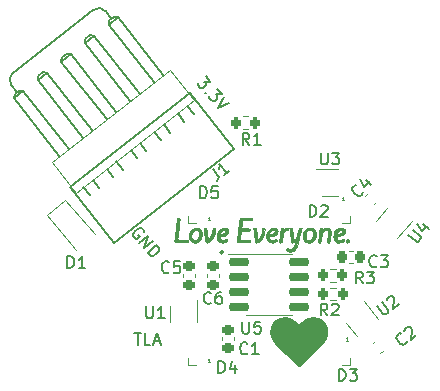
<source format=gto>
G04 #@! TF.GenerationSoftware,KiCad,Pcbnew,6.0.2+dfsg-1*
G04 #@! TF.CreationDate,2023-01-26T22:51:51-08:00*
G04 #@! TF.ProjectId,rp2040_encoder,72703230-3430-45f6-956e-636f6465722e,rev?*
G04 #@! TF.SameCoordinates,Original*
G04 #@! TF.FileFunction,Legend,Top*
G04 #@! TF.FilePolarity,Positive*
%FSLAX46Y46*%
G04 Gerber Fmt 4.6, Leading zero omitted, Abs format (unit mm)*
G04 Created by KiCad (PCBNEW 6.0.2+dfsg-1) date 2023-01-26 22:51:51*
%MOMM*%
%LPD*%
G01*
G04 APERTURE LIST*
G04 Aperture macros list*
%AMRoundRect*
0 Rectangle with rounded corners*
0 $1 Rounding radius*
0 $2 $3 $4 $5 $6 $7 $8 $9 X,Y pos of 4 corners*
0 Add a 4 corners polygon primitive as box body*
4,1,4,$2,$3,$4,$5,$6,$7,$8,$9,$2,$3,0*
0 Add four circle primitives for the rounded corners*
1,1,$1+$1,$2,$3*
1,1,$1+$1,$4,$5*
1,1,$1+$1,$6,$7*
1,1,$1+$1,$8,$9*
0 Add four rect primitives between the rounded corners*
20,1,$1+$1,$2,$3,$4,$5,0*
20,1,$1+$1,$4,$5,$6,$7,0*
20,1,$1+$1,$6,$7,$8,$9,0*
20,1,$1+$1,$8,$9,$2,$3,0*%
%AMHorizOval*
0 Thick line with rounded ends*
0 $1 width*
0 $2 $3 position (X,Y) of the first rounded end (center of the circle)*
0 $4 $5 position (X,Y) of the second rounded end (center of the circle)*
0 Add line between two ends*
20,1,$1,$2,$3,$4,$5,0*
0 Add two circle primitives to create the rounded ends*
1,1,$1,$2,$3*
1,1,$1,$4,$5*%
%AMRotRect*
0 Rectangle, with rotation*
0 The origin of the aperture is its center*
0 $1 length*
0 $2 width*
0 $3 Rotation angle, in degrees counterclockwise*
0 Add horizontal line*
21,1,$1,$2,0,0,$3*%
G04 Aperture macros list end*
%ADD10C,0.150000*%
%ADD11C,0.075000*%
%ADD12C,0.120000*%
%ADD13C,0.100000*%
%ADD14C,0.010000*%
%ADD15RoundRect,0.225000X0.250000X-0.225000X0.250000X0.225000X-0.250000X0.225000X-0.250000X-0.225000X0*%
%ADD16RoundRect,0.200000X0.200000X0.275000X-0.200000X0.275000X-0.200000X-0.275000X0.200000X-0.275000X0*%
%ADD17R,0.400000X0.650000*%
%ADD18RoundRect,0.225000X-0.225000X-0.250000X0.225000X-0.250000X0.225000X0.250000X-0.225000X0.250000X0*%
%ADD19C,3.100000*%
%ADD20R,0.500000X0.500000*%
%ADD21RotRect,1.100000X1.100000X310.000000*%
%ADD22RotRect,0.650000X0.400000X230.000000*%
%ADD23RotRect,1.740000X2.200000X218.000000*%
%ADD24HorizOval,1.740000X-0.141602X0.181242X0.141602X-0.181242X0*%
%ADD25RoundRect,0.225000X-0.250000X0.225000X-0.250000X-0.225000X0.250000X-0.225000X0.250000X0.225000X0*%
%ADD26RoundRect,0.225000X0.017678X-0.335876X0.335876X-0.017678X-0.017678X0.335876X-0.335876X0.017678X0*%
%ADD27R,0.650000X0.400000*%
%ADD28RoundRect,0.150000X-0.725000X-0.150000X0.725000X-0.150000X0.725000X0.150000X-0.725000X0.150000X0*%
%ADD29RotRect,0.650000X0.400000X308.000000*%
%ADD30RoundRect,0.225000X0.023387X0.335527X-0.331218X0.058479X-0.023387X-0.335527X0.331218X-0.058479X0*%
G04 APERTURE END LIST*
D10*
X147032909Y-88528060D02*
X143326627Y-83784235D01*
X147050000Y-88528060D02*
X136851810Y-96482406D01*
X143326627Y-83784235D02*
X133145528Y-91738581D01*
X136851810Y-96482406D02*
X133145528Y-91738581D01*
X146141421Y-97300000D02*
G75*
G03*
X146141421Y-97300000I-141421J0D01*
G01*
X144619196Y-82386548D02*
X145033419Y-82846590D01*
X144527273Y-82853782D01*
X144622863Y-82959945D01*
X144651202Y-83062584D01*
X144647677Y-83129835D01*
X144608765Y-83228950D01*
X144431826Y-83388267D01*
X144329187Y-83416606D01*
X144261936Y-83413081D01*
X144162821Y-83374169D01*
X143971641Y-83161842D01*
X143943302Y-83059203D01*
X143946826Y-82991951D01*
X144647820Y-83770484D02*
X144644296Y-83837735D01*
X144577045Y-83834211D01*
X144580569Y-83766960D01*
X144647820Y-83770484D01*
X144577045Y-83834211D01*
X145575096Y-83448183D02*
X145989320Y-83908225D01*
X145483174Y-83915417D01*
X145578764Y-84021581D01*
X145607103Y-84124220D01*
X145603578Y-84191471D01*
X145564666Y-84290585D01*
X145387727Y-84449902D01*
X145285088Y-84478241D01*
X145217836Y-84474717D01*
X145118722Y-84435804D01*
X144927542Y-84223477D01*
X144899203Y-84120838D01*
X144902727Y-84053587D01*
X146180500Y-84120552D02*
X145660399Y-85037398D01*
X146626587Y-84615982D01*
X138580952Y-104102380D02*
X139152380Y-104102380D01*
X138866666Y-105102380D02*
X138866666Y-104102380D01*
X139961904Y-105102380D02*
X139485714Y-105102380D01*
X139485714Y-104102380D01*
X140247619Y-104816666D02*
X140723809Y-104816666D01*
X140152380Y-105102380D02*
X140485714Y-104102380D01*
X140819047Y-105102380D01*
X139411758Y-95549229D02*
X139383419Y-95446590D01*
X139287829Y-95340426D01*
X139156851Y-95266126D01*
X139022349Y-95259077D01*
X138919710Y-95287416D01*
X138746295Y-95379481D01*
X138640131Y-95475071D01*
X138530443Y-95637913D01*
X138491531Y-95737027D01*
X138484482Y-95871530D01*
X138544684Y-96009557D01*
X138608411Y-96080332D01*
X138739389Y-96154632D01*
X138806640Y-96158157D01*
X139054355Y-95935113D01*
X138926902Y-95793562D01*
X139022635Y-96540374D02*
X139765780Y-95871244D01*
X139404995Y-96965029D01*
X140148140Y-96295898D01*
X139723629Y-97318907D02*
X140466774Y-96649776D01*
X140626090Y-96826716D01*
X140686293Y-96964743D01*
X140679244Y-97099245D01*
X140640331Y-97198360D01*
X140530643Y-97361201D01*
X140424480Y-97456791D01*
X140251065Y-97548857D01*
X140148426Y-97577195D01*
X140013923Y-97570146D01*
X139882946Y-97495846D01*
X139723629Y-97318907D01*
X141533333Y-98957142D02*
X141485714Y-99004761D01*
X141342857Y-99052380D01*
X141247619Y-99052380D01*
X141104761Y-99004761D01*
X141009523Y-98909523D01*
X140961904Y-98814285D01*
X140914285Y-98623809D01*
X140914285Y-98480952D01*
X140961904Y-98290476D01*
X141009523Y-98195238D01*
X141104761Y-98100000D01*
X141247619Y-98052380D01*
X141342857Y-98052380D01*
X141485714Y-98100000D01*
X141533333Y-98147619D01*
X142438095Y-98052380D02*
X141961904Y-98052380D01*
X141914285Y-98528571D01*
X141961904Y-98480952D01*
X142057142Y-98433333D01*
X142295238Y-98433333D01*
X142390476Y-98480952D01*
X142438095Y-98528571D01*
X142485714Y-98623809D01*
X142485714Y-98861904D01*
X142438095Y-98957142D01*
X142390476Y-99004761D01*
X142295238Y-99052380D01*
X142057142Y-99052380D01*
X141961904Y-99004761D01*
X141914285Y-98957142D01*
X154933333Y-102632380D02*
X154600000Y-102156190D01*
X154361904Y-102632380D02*
X154361904Y-101632380D01*
X154742857Y-101632380D01*
X154838095Y-101680000D01*
X154885714Y-101727619D01*
X154933333Y-101822857D01*
X154933333Y-101965714D01*
X154885714Y-102060952D01*
X154838095Y-102108571D01*
X154742857Y-102156190D01*
X154361904Y-102156190D01*
X155314285Y-101727619D02*
X155361904Y-101680000D01*
X155457142Y-101632380D01*
X155695238Y-101632380D01*
X155790476Y-101680000D01*
X155838095Y-101727619D01*
X155885714Y-101822857D01*
X155885714Y-101918095D01*
X155838095Y-102060952D01*
X155266666Y-102632380D01*
X155885714Y-102632380D01*
X139606142Y-101864892D02*
X139606142Y-102674416D01*
X139653761Y-102769654D01*
X139701380Y-102817273D01*
X139796618Y-102864892D01*
X139987094Y-102864892D01*
X140082332Y-102817273D01*
X140129951Y-102769654D01*
X140177570Y-102674416D01*
X140177570Y-101864892D01*
X141177570Y-102864892D02*
X140606142Y-102864892D01*
X140891856Y-102864892D02*
X140891856Y-101864892D01*
X140796618Y-102007750D01*
X140701380Y-102102988D01*
X140606142Y-102150607D01*
X159108333Y-98452142D02*
X159060714Y-98499761D01*
X158917857Y-98547380D01*
X158822619Y-98547380D01*
X158679761Y-98499761D01*
X158584523Y-98404523D01*
X158536904Y-98309285D01*
X158489285Y-98118809D01*
X158489285Y-97975952D01*
X158536904Y-97785476D01*
X158584523Y-97690238D01*
X158679761Y-97595000D01*
X158822619Y-97547380D01*
X158917857Y-97547380D01*
X159060714Y-97595000D01*
X159108333Y-97642619D01*
X159441666Y-97547380D02*
X160060714Y-97547380D01*
X159727380Y-97928333D01*
X159870238Y-97928333D01*
X159965476Y-97975952D01*
X160013095Y-98023571D01*
X160060714Y-98118809D01*
X160060714Y-98356904D01*
X160013095Y-98452142D01*
X159965476Y-98499761D01*
X159870238Y-98547380D01*
X159584523Y-98547380D01*
X159489285Y-98499761D01*
X159441666Y-98452142D01*
X144161904Y-92702380D02*
X144161904Y-91702380D01*
X144400000Y-91702380D01*
X144542857Y-91750000D01*
X144638095Y-91845238D01*
X144685714Y-91940476D01*
X144733333Y-92130952D01*
X144733333Y-92273809D01*
X144685714Y-92464285D01*
X144638095Y-92559523D01*
X144542857Y-92654761D01*
X144400000Y-92702380D01*
X144161904Y-92702380D01*
X145638095Y-91702380D02*
X145161904Y-91702380D01*
X145114285Y-92178571D01*
X145161904Y-92130952D01*
X145257142Y-92083333D01*
X145495238Y-92083333D01*
X145590476Y-92130952D01*
X145638095Y-92178571D01*
X145685714Y-92273809D01*
X145685714Y-92511904D01*
X145638095Y-92607142D01*
X145590476Y-92654761D01*
X145495238Y-92702380D01*
X145257142Y-92702380D01*
X145161904Y-92654761D01*
X145114285Y-92607142D01*
D11*
X145010714Y-94585714D02*
X144839285Y-94585714D01*
X144925000Y-94585714D02*
X144925000Y-94285714D01*
X144896428Y-94328571D01*
X144867857Y-94357142D01*
X144839285Y-94371428D01*
D10*
X148333333Y-88192380D02*
X148000000Y-87716190D01*
X147761904Y-88192380D02*
X147761904Y-87192380D01*
X148142857Y-87192380D01*
X148238095Y-87240000D01*
X148285714Y-87287619D01*
X148333333Y-87382857D01*
X148333333Y-87525714D01*
X148285714Y-87620952D01*
X148238095Y-87668571D01*
X148142857Y-87716190D01*
X147761904Y-87716190D01*
X149285714Y-88192380D02*
X148714285Y-88192380D01*
X149000000Y-88192380D02*
X149000000Y-87192380D01*
X148904761Y-87335238D01*
X148809523Y-87430476D01*
X148714285Y-87478095D01*
X132928822Y-98616328D02*
X132928822Y-97616328D01*
X133166918Y-97616328D01*
X133309775Y-97663948D01*
X133405013Y-97759186D01*
X133452632Y-97854424D01*
X133500251Y-98044900D01*
X133500251Y-98187757D01*
X133452632Y-98378233D01*
X133405013Y-98473471D01*
X133309775Y-98568709D01*
X133166918Y-98616328D01*
X132928822Y-98616328D01*
X134452632Y-98616328D02*
X133881203Y-98616328D01*
X134166918Y-98616328D02*
X134166918Y-97616328D01*
X134071679Y-97759186D01*
X133976441Y-97854424D01*
X133881203Y-97902043D01*
X153431577Y-94298346D02*
X153431577Y-93298346D01*
X153669673Y-93298346D01*
X153812530Y-93345966D01*
X153907768Y-93441204D01*
X153955387Y-93536442D01*
X154003006Y-93726918D01*
X154003006Y-93869775D01*
X153955387Y-94060251D01*
X153907768Y-94155489D01*
X153812530Y-94250727D01*
X153669673Y-94298346D01*
X153431577Y-94298346D01*
X154383958Y-93393585D02*
X154431577Y-93345966D01*
X154526815Y-93298346D01*
X154764911Y-93298346D01*
X154860149Y-93345966D01*
X154907768Y-93393585D01*
X154955387Y-93488823D01*
X154955387Y-93584061D01*
X154907768Y-93726918D01*
X154336339Y-94298346D01*
X154955387Y-94298346D01*
D11*
X156360714Y-92885714D02*
X156189285Y-92885714D01*
X156275000Y-92885714D02*
X156275000Y-92585714D01*
X156246428Y-92628571D01*
X156217857Y-92657142D01*
X156189285Y-92671428D01*
D10*
X161792845Y-95847225D02*
X162412976Y-96367577D01*
X162516542Y-96392316D01*
X162583629Y-96386447D01*
X162681325Y-96344099D01*
X162803761Y-96198186D01*
X162828501Y-96094620D01*
X162822631Y-96027533D01*
X162780283Y-95929837D01*
X162160152Y-95409485D01*
X162997070Y-94930660D02*
X163507766Y-95359185D01*
X162552199Y-94868180D02*
X162946329Y-95509705D01*
X163344245Y-95035487D01*
X148159565Y-105831234D02*
X148111946Y-105878853D01*
X147969089Y-105926472D01*
X147873851Y-105926472D01*
X147730993Y-105878853D01*
X147635755Y-105783615D01*
X147588136Y-105688377D01*
X147540517Y-105497901D01*
X147540517Y-105355044D01*
X147588136Y-105164568D01*
X147635755Y-105069330D01*
X147730993Y-104974092D01*
X147873851Y-104926472D01*
X147969089Y-104926472D01*
X148111946Y-104974092D01*
X148159565Y-105021711D01*
X149111946Y-105926472D02*
X148540517Y-105926472D01*
X148826232Y-105926472D02*
X148826232Y-104926472D01*
X148730993Y-105069330D01*
X148635755Y-105164568D01*
X148540517Y-105212187D01*
X145240867Y-90252798D02*
X145680625Y-90815663D01*
X145731053Y-90957553D01*
X145714639Y-91091236D01*
X145631383Y-91216712D01*
X145556334Y-91275347D01*
X146644540Y-90425148D02*
X146194248Y-90776954D01*
X146419394Y-90601051D02*
X145803732Y-89813040D01*
X145816635Y-89984247D01*
X145800221Y-90117931D01*
X145754489Y-90214089D01*
X145083333Y-101557142D02*
X145035714Y-101604761D01*
X144892857Y-101652380D01*
X144797619Y-101652380D01*
X144654761Y-101604761D01*
X144559523Y-101509523D01*
X144511904Y-101414285D01*
X144464285Y-101223809D01*
X144464285Y-101080952D01*
X144511904Y-100890476D01*
X144559523Y-100795238D01*
X144654761Y-100700000D01*
X144797619Y-100652380D01*
X144892857Y-100652380D01*
X145035714Y-100700000D01*
X145083333Y-100747619D01*
X145940476Y-100652380D02*
X145750000Y-100652380D01*
X145654761Y-100700000D01*
X145607142Y-100747619D01*
X145511904Y-100890476D01*
X145464285Y-101080952D01*
X145464285Y-101461904D01*
X145511904Y-101557142D01*
X145559523Y-101604761D01*
X145654761Y-101652380D01*
X145845238Y-101652380D01*
X145940476Y-101604761D01*
X145988095Y-101557142D01*
X146035714Y-101461904D01*
X146035714Y-101223809D01*
X145988095Y-101128571D01*
X145940476Y-101080952D01*
X145845238Y-101033333D01*
X145654761Y-101033333D01*
X145559523Y-101080952D01*
X145511904Y-101128571D01*
X145464285Y-101223809D01*
X157973524Y-92159227D02*
X157973524Y-92226570D01*
X157906180Y-92361257D01*
X157838837Y-92428601D01*
X157704149Y-92495944D01*
X157569462Y-92495944D01*
X157468447Y-92462273D01*
X157300088Y-92361257D01*
X157199073Y-92260242D01*
X157098058Y-92091883D01*
X157064386Y-91990868D01*
X157064386Y-91856181D01*
X157131730Y-91721494D01*
X157199073Y-91654150D01*
X157333760Y-91586807D01*
X157401104Y-91586807D01*
X158175554Y-91149074D02*
X158646959Y-91620479D01*
X157737821Y-91048059D02*
X158074539Y-91721494D01*
X158512272Y-91283761D01*
X154388095Y-88852380D02*
X154388095Y-89661904D01*
X154435714Y-89757142D01*
X154483333Y-89804761D01*
X154578571Y-89852380D01*
X154769047Y-89852380D01*
X154864285Y-89804761D01*
X154911904Y-89757142D01*
X154959523Y-89661904D01*
X154959523Y-88852380D01*
X155340476Y-88852380D02*
X155959523Y-88852380D01*
X155626190Y-89233333D01*
X155769047Y-89233333D01*
X155864285Y-89280952D01*
X155911904Y-89328571D01*
X155959523Y-89423809D01*
X155959523Y-89661904D01*
X155911904Y-89757142D01*
X155864285Y-89804761D01*
X155769047Y-89852380D01*
X155483333Y-89852380D01*
X155388095Y-89804761D01*
X155340476Y-89757142D01*
X147738095Y-103167380D02*
X147738095Y-103976904D01*
X147785714Y-104072142D01*
X147833333Y-104119761D01*
X147928571Y-104167380D01*
X148119047Y-104167380D01*
X148214285Y-104119761D01*
X148261904Y-104072142D01*
X148309523Y-103976904D01*
X148309523Y-103167380D01*
X149261904Y-103167380D02*
X148785714Y-103167380D01*
X148738095Y-103643571D01*
X148785714Y-103595952D01*
X148880952Y-103548333D01*
X149119047Y-103548333D01*
X149214285Y-103595952D01*
X149261904Y-103643571D01*
X149309523Y-103738809D01*
X149309523Y-103976904D01*
X149261904Y-104072142D01*
X149214285Y-104119761D01*
X149119047Y-104167380D01*
X148880952Y-104167380D01*
X148785714Y-104119761D01*
X148738095Y-104072142D01*
X145711904Y-107502380D02*
X145711904Y-106502380D01*
X145950000Y-106502380D01*
X146092857Y-106550000D01*
X146188095Y-106645238D01*
X146235714Y-106740476D01*
X146283333Y-106930952D01*
X146283333Y-107073809D01*
X146235714Y-107264285D01*
X146188095Y-107359523D01*
X146092857Y-107454761D01*
X145950000Y-107502380D01*
X145711904Y-107502380D01*
X147140476Y-106835714D02*
X147140476Y-107502380D01*
X146902380Y-106454761D02*
X146664285Y-107169047D01*
X147283333Y-107169047D01*
D11*
X145010714Y-106585714D02*
X144839285Y-106585714D01*
X144925000Y-106585714D02*
X144925000Y-106285714D01*
X144896428Y-106328571D01*
X144867857Y-106357142D01*
X144839285Y-106371428D01*
D10*
X159131139Y-101861523D02*
X159629532Y-102499437D01*
X159725691Y-102545168D01*
X159792532Y-102553375D01*
X159896898Y-102532265D01*
X160046995Y-102414996D01*
X160092727Y-102318838D01*
X160100934Y-102251996D01*
X160079824Y-102147630D01*
X159581431Y-101509717D01*
X159977785Y-101320910D02*
X159985992Y-101254069D01*
X160031723Y-101157910D01*
X160219345Y-101011324D01*
X160323711Y-100990214D01*
X160390552Y-100998421D01*
X160486711Y-101044152D01*
X160545345Y-101119201D01*
X160595773Y-101261091D01*
X160497287Y-102063190D01*
X160985103Y-101682066D01*
X157923333Y-99932380D02*
X157590000Y-99456190D01*
X157351904Y-99932380D02*
X157351904Y-98932380D01*
X157732857Y-98932380D01*
X157828095Y-98980000D01*
X157875714Y-99027619D01*
X157923333Y-99122857D01*
X157923333Y-99265714D01*
X157875714Y-99360952D01*
X157828095Y-99408571D01*
X157732857Y-99456190D01*
X157351904Y-99456190D01*
X158256666Y-98932380D02*
X158875714Y-98932380D01*
X158542380Y-99313333D01*
X158685238Y-99313333D01*
X158780476Y-99360952D01*
X158828095Y-99408571D01*
X158875714Y-99503809D01*
X158875714Y-99741904D01*
X158828095Y-99837142D01*
X158780476Y-99884761D01*
X158685238Y-99932380D01*
X158399523Y-99932380D01*
X158304285Y-99884761D01*
X158256666Y-99837142D01*
X155909902Y-108171123D02*
X155909902Y-107171123D01*
X156147998Y-107171123D01*
X156290855Y-107218743D01*
X156386093Y-107313981D01*
X156433712Y-107409219D01*
X156481331Y-107599695D01*
X156481331Y-107742552D01*
X156433712Y-107933028D01*
X156386093Y-108028266D01*
X156290855Y-108123504D01*
X156147998Y-108171123D01*
X155909902Y-108171123D01*
X156814664Y-107171123D02*
X157433712Y-107171123D01*
X157100378Y-107552076D01*
X157243236Y-107552076D01*
X157338474Y-107599695D01*
X157386093Y-107647314D01*
X157433712Y-107742552D01*
X157433712Y-107980647D01*
X157386093Y-108075885D01*
X157338474Y-108123504D01*
X157243236Y-108171123D01*
X156957521Y-108171123D01*
X156862283Y-108123504D01*
X156814664Y-108075885D01*
D11*
X156660714Y-104785714D02*
X156489285Y-104785714D01*
X156575000Y-104785714D02*
X156575000Y-104485714D01*
X156546428Y-104528571D01*
X156517857Y-104557142D01*
X156489285Y-104571428D01*
D10*
X161658148Y-104807188D02*
X161649941Y-104874030D01*
X161566686Y-104999506D01*
X161491637Y-105058140D01*
X161349747Y-105108567D01*
X161216064Y-105092153D01*
X161119905Y-105046422D01*
X160965112Y-104925642D01*
X160877160Y-104813069D01*
X160797416Y-104633654D01*
X160776306Y-104529288D01*
X160792720Y-104395605D01*
X160875975Y-104270129D01*
X160951024Y-104211495D01*
X161092914Y-104161068D01*
X161159756Y-104169275D01*
X161459950Y-103934737D02*
X161468158Y-103867895D01*
X161513889Y-103771737D01*
X161701511Y-103625151D01*
X161805876Y-103604041D01*
X161872718Y-103612248D01*
X161968877Y-103657979D01*
X162027511Y-103733028D01*
X162077938Y-103874918D01*
X161979453Y-104677016D01*
X162467269Y-104295893D01*
D12*
X142740000Y-99390580D02*
X142740000Y-99109420D01*
X143760000Y-99390580D02*
X143760000Y-99109420D01*
X155637258Y-100327500D02*
X155162742Y-100327500D01*
X155637258Y-101372500D02*
X155162742Y-101372500D01*
X143930000Y-103220000D02*
X143930000Y-101320000D01*
X141610000Y-101820000D02*
X141610000Y-103220000D01*
X156784420Y-98235000D02*
X157065580Y-98235000D01*
X156784420Y-97215000D02*
X157065580Y-97215000D01*
D13*
X143150000Y-94850000D02*
X143800000Y-94850000D01*
X143150000Y-94200000D02*
X143150000Y-94850000D01*
D12*
X148237258Y-86832500D02*
X147762742Y-86832500D01*
X148237258Y-85787500D02*
X147762742Y-85787500D01*
X132751912Y-92821915D02*
X131219823Y-94107490D01*
X132751912Y-92821915D02*
X135226644Y-95771186D01*
X131219823Y-94107490D02*
X133694555Y-97056761D01*
D13*
X156850000Y-94850000D02*
X156850000Y-94200000D01*
X156200000Y-94850000D02*
X156850000Y-94850000D01*
D12*
X160858660Y-96111865D02*
X162079957Y-94656380D01*
X159981340Y-93548135D02*
X159081437Y-94620597D01*
D14*
X154999971Y-95227772D02*
X155063841Y-95249360D01*
X155063841Y-95249360D02*
X155143140Y-95300942D01*
X155143140Y-95300942D02*
X155197286Y-95372008D01*
X155197286Y-95372008D02*
X155227499Y-95468408D01*
X155227499Y-95468408D02*
X155234998Y-95595992D01*
X155234998Y-95595992D02*
X155221005Y-95760612D01*
X155221005Y-95760612D02*
X155199359Y-95899400D01*
X155199359Y-95899400D02*
X155181650Y-96008614D01*
X155181650Y-96008614D02*
X155168289Y-96107541D01*
X155168289Y-96107541D02*
X155161545Y-96178818D01*
X155161545Y-96178818D02*
X155161152Y-96191500D01*
X155161152Y-96191500D02*
X155149202Y-96312726D01*
X155149202Y-96312726D02*
X155116399Y-96405169D01*
X155116399Y-96405169D02*
X155066388Y-96460176D01*
X155066388Y-96460176D02*
X155044063Y-96469357D01*
X155044063Y-96469357D02*
X154977645Y-96470872D01*
X154977645Y-96470872D02*
X154941625Y-96455101D01*
X154941625Y-96455101D02*
X154927326Y-96439593D01*
X154927326Y-96439593D02*
X154918393Y-96416243D01*
X154918393Y-96416243D02*
X154915070Y-96377729D01*
X154915070Y-96377729D02*
X154917602Y-96316731D01*
X154917602Y-96316731D02*
X154926233Y-96225929D01*
X154926233Y-96225929D02*
X154941207Y-96098002D01*
X154941207Y-96098002D02*
X154958059Y-95962900D01*
X154958059Y-95962900D02*
X154978354Y-95799782D01*
X154978354Y-95799782D02*
X154992150Y-95679510D01*
X154992150Y-95679510D02*
X154999630Y-95594567D01*
X154999630Y-95594567D02*
X155000976Y-95537441D01*
X155000976Y-95537441D02*
X154996374Y-95500618D01*
X154996374Y-95500618D02*
X154986004Y-95476583D01*
X154986004Y-95476583D02*
X154970367Y-95458137D01*
X154970367Y-95458137D02*
X154903054Y-95423347D01*
X154903054Y-95423347D02*
X154812960Y-95418103D01*
X154812960Y-95418103D02*
X154716957Y-95440200D01*
X154716957Y-95440200D02*
X154631919Y-95487430D01*
X154631919Y-95487430D02*
X154612276Y-95504953D01*
X154612276Y-95504953D02*
X154561209Y-95579186D01*
X154561209Y-95579186D02*
X154511962Y-95692041D01*
X154511962Y-95692041D02*
X154467862Y-95831367D01*
X154467862Y-95831367D02*
X154432233Y-95985008D01*
X154432233Y-95985008D02*
X154408400Y-96140811D01*
X154408400Y-96140811D02*
X154399702Y-96281895D01*
X154399702Y-96281895D02*
X154381951Y-96373999D01*
X154381951Y-96373999D02*
X154335934Y-96440894D01*
X154335934Y-96440894D02*
X154271003Y-96473825D01*
X154271003Y-96473825D02*
X154202409Y-96466524D01*
X154202409Y-96466524D02*
X154181747Y-96432650D01*
X154181747Y-96432650D02*
X154172221Y-96356847D01*
X154172221Y-96356847D02*
X154173998Y-96246787D01*
X154173998Y-96246787D02*
X154187248Y-96110144D01*
X154187248Y-96110144D02*
X154193576Y-96064500D01*
X154193576Y-96064500D02*
X154205512Y-95976027D01*
X154205512Y-95976027D02*
X154220388Y-95854445D01*
X154220388Y-95854445D02*
X154236128Y-95717195D01*
X154236128Y-95717195D02*
X154248003Y-95607300D01*
X154248003Y-95607300D02*
X154264670Y-95457052D01*
X154264670Y-95457052D02*
X154280270Y-95350337D01*
X154280270Y-95350337D02*
X154297941Y-95280060D01*
X154297941Y-95280060D02*
X154320820Y-95239129D01*
X154320820Y-95239129D02*
X154352045Y-95220449D01*
X154352045Y-95220449D02*
X154394754Y-95216928D01*
X154394754Y-95216928D02*
X154419970Y-95218515D01*
X154419970Y-95218515D02*
X154484966Y-95230268D01*
X154484966Y-95230268D02*
X154514711Y-95257649D01*
X154514711Y-95257649D02*
X154521998Y-95285914D01*
X154521998Y-95285914D02*
X154530438Y-95345529D01*
X154530438Y-95345529D02*
X154592669Y-95287066D01*
X154592669Y-95287066D02*
X154666920Y-95245245D01*
X154666920Y-95245245D02*
X154771539Y-95220463D01*
X154771539Y-95220463D02*
X154888548Y-95214159D01*
X154888548Y-95214159D02*
X154999971Y-95227772D01*
X154999971Y-95227772D02*
X154999971Y-95227772D01*
G36*
X154999971Y-95227772D02*
G01*
X155063841Y-95249360D01*
X155143140Y-95300942D01*
X155197286Y-95372008D01*
X155227499Y-95468408D01*
X155234998Y-95595992D01*
X155221005Y-95760612D01*
X155199359Y-95899400D01*
X155181650Y-96008614D01*
X155168289Y-96107541D01*
X155161545Y-96178818D01*
X155161152Y-96191500D01*
X155149202Y-96312726D01*
X155116399Y-96405169D01*
X155066388Y-96460176D01*
X155044063Y-96469357D01*
X154977645Y-96470872D01*
X154941625Y-96455101D01*
X154927326Y-96439593D01*
X154918393Y-96416243D01*
X154915070Y-96377729D01*
X154917602Y-96316731D01*
X154926233Y-96225929D01*
X154941207Y-96098002D01*
X154958059Y-95962900D01*
X154978354Y-95799782D01*
X154992150Y-95679510D01*
X154999630Y-95594567D01*
X155000976Y-95537441D01*
X154996374Y-95500618D01*
X154986004Y-95476583D01*
X154970367Y-95458137D01*
X154903054Y-95423347D01*
X154812960Y-95418103D01*
X154716957Y-95440200D01*
X154631919Y-95487430D01*
X154612276Y-95504953D01*
X154561209Y-95579186D01*
X154511962Y-95692041D01*
X154467862Y-95831367D01*
X154432233Y-95985008D01*
X154408400Y-96140811D01*
X154399702Y-96281895D01*
X154381951Y-96373999D01*
X154335934Y-96440894D01*
X154271003Y-96473825D01*
X154202409Y-96466524D01*
X154181747Y-96432650D01*
X154172221Y-96356847D01*
X154173998Y-96246787D01*
X154187248Y-96110144D01*
X154193576Y-96064500D01*
X154205512Y-95976027D01*
X154220388Y-95854445D01*
X154236128Y-95717195D01*
X154248003Y-95607300D01*
X154264670Y-95457052D01*
X154280270Y-95350337D01*
X154297941Y-95280060D01*
X154320820Y-95239129D01*
X154352045Y-95220449D01*
X154394754Y-95216928D01*
X154419970Y-95218515D01*
X154484966Y-95230268D01*
X154514711Y-95257649D01*
X154521998Y-95285914D01*
X154530438Y-95345529D01*
X154592669Y-95287066D01*
X154666920Y-95245245D01*
X154771539Y-95220463D01*
X154888548Y-95214159D01*
X154999971Y-95227772D01*
G37*
X154999971Y-95227772D02*
X155063841Y-95249360D01*
X155143140Y-95300942D01*
X155197286Y-95372008D01*
X155227499Y-95468408D01*
X155234998Y-95595992D01*
X155221005Y-95760612D01*
X155199359Y-95899400D01*
X155181650Y-96008614D01*
X155168289Y-96107541D01*
X155161545Y-96178818D01*
X155161152Y-96191500D01*
X155149202Y-96312726D01*
X155116399Y-96405169D01*
X155066388Y-96460176D01*
X155044063Y-96469357D01*
X154977645Y-96470872D01*
X154941625Y-96455101D01*
X154927326Y-96439593D01*
X154918393Y-96416243D01*
X154915070Y-96377729D01*
X154917602Y-96316731D01*
X154926233Y-96225929D01*
X154941207Y-96098002D01*
X154958059Y-95962900D01*
X154978354Y-95799782D01*
X154992150Y-95679510D01*
X154999630Y-95594567D01*
X155000976Y-95537441D01*
X154996374Y-95500618D01*
X154986004Y-95476583D01*
X154970367Y-95458137D01*
X154903054Y-95423347D01*
X154812960Y-95418103D01*
X154716957Y-95440200D01*
X154631919Y-95487430D01*
X154612276Y-95504953D01*
X154561209Y-95579186D01*
X154511962Y-95692041D01*
X154467862Y-95831367D01*
X154432233Y-95985008D01*
X154408400Y-96140811D01*
X154399702Y-96281895D01*
X154381951Y-96373999D01*
X154335934Y-96440894D01*
X154271003Y-96473825D01*
X154202409Y-96466524D01*
X154181747Y-96432650D01*
X154172221Y-96356847D01*
X154173998Y-96246787D01*
X154187248Y-96110144D01*
X154193576Y-96064500D01*
X154205512Y-95976027D01*
X154220388Y-95854445D01*
X154236128Y-95717195D01*
X154248003Y-95607300D01*
X154264670Y-95457052D01*
X154280270Y-95350337D01*
X154297941Y-95280060D01*
X154320820Y-95239129D01*
X154352045Y-95220449D01*
X154394754Y-95216928D01*
X154419970Y-95218515D01*
X154484966Y-95230268D01*
X154514711Y-95257649D01*
X154521998Y-95285914D01*
X154530438Y-95345529D01*
X154592669Y-95287066D01*
X154666920Y-95245245D01*
X154771539Y-95220463D01*
X154888548Y-95214159D01*
X154999971Y-95227772D01*
X143868202Y-95218019D02*
X144008070Y-95240741D01*
X144008070Y-95240741D02*
X144114363Y-95293579D01*
X144114363Y-95293579D02*
X144198558Y-95384195D01*
X144198558Y-95384195D02*
X144249773Y-95472760D01*
X144249773Y-95472760D02*
X144303705Y-95635829D01*
X144303705Y-95635829D02*
X144313191Y-95810984D01*
X144313191Y-95810984D02*
X144279610Y-95988387D01*
X144279610Y-95988387D02*
X144204342Y-96158205D01*
X144204342Y-96158205D02*
X144140510Y-96251399D01*
X144140510Y-96251399D02*
X144034007Y-96351164D01*
X144034007Y-96351164D02*
X143901179Y-96423616D01*
X143901179Y-96423616D02*
X143756061Y-96464322D01*
X143756061Y-96464322D02*
X143612689Y-96468851D01*
X143612689Y-96468851D02*
X143519300Y-96447546D01*
X143519300Y-96447546D02*
X143387019Y-96373734D01*
X143387019Y-96373734D02*
X143288112Y-96263296D01*
X143288112Y-96263296D02*
X143224584Y-96119566D01*
X143224584Y-96119566D02*
X143198441Y-95945875D01*
X143198441Y-95945875D02*
X143197859Y-95913329D01*
X143197859Y-95913329D02*
X143202496Y-95869444D01*
X143202496Y-95869444D02*
X143430381Y-95869444D01*
X143430381Y-95869444D02*
X143432999Y-95995576D01*
X143432999Y-95995576D02*
X143463237Y-96106702D01*
X143463237Y-96106702D02*
X143521630Y-96191487D01*
X143521630Y-96191487D02*
X143549868Y-96213520D01*
X143549868Y-96213520D02*
X143629734Y-96241864D01*
X143629734Y-96241864D02*
X143729919Y-96247510D01*
X143729919Y-96247510D02*
X143828561Y-96231783D01*
X143828561Y-96231783D02*
X143903795Y-96196008D01*
X143903795Y-96196008D02*
X143908751Y-96191778D01*
X143908751Y-96191778D02*
X143965510Y-96120939D01*
X143965510Y-96120939D02*
X144020088Y-96021280D01*
X144020088Y-96021280D02*
X144063204Y-95913423D01*
X144063204Y-95913423D02*
X144085575Y-95817992D01*
X144085575Y-95817992D02*
X144086859Y-95796006D01*
X144086859Y-95796006D02*
X144076202Y-95698880D01*
X144076202Y-95698880D02*
X144048496Y-95597228D01*
X144048496Y-95597228D02*
X144010139Y-95509261D01*
X144010139Y-95509261D02*
X143967526Y-95453192D01*
X143967526Y-95453192D02*
X143966039Y-95452034D01*
X143966039Y-95452034D02*
X143914634Y-95431562D01*
X143914634Y-95431562D02*
X143836687Y-95419185D01*
X143836687Y-95419185D02*
X143801109Y-95417607D01*
X143801109Y-95417607D02*
X143724038Y-95421774D01*
X143724038Y-95421774D02*
X143667556Y-95442089D01*
X143667556Y-95442089D02*
X143609516Y-95488373D01*
X143609516Y-95488373D02*
X143582889Y-95514369D01*
X143582889Y-95514369D02*
X143505861Y-95617505D01*
X143505861Y-95617505D02*
X143454847Y-95739641D01*
X143454847Y-95739641D02*
X143430381Y-95869444D01*
X143430381Y-95869444D02*
X143202496Y-95869444D01*
X143202496Y-95869444D02*
X143218783Y-95715321D01*
X143218783Y-95715321D02*
X143280536Y-95542983D01*
X143280536Y-95542983D02*
X143381592Y-95400208D01*
X143381592Y-95400208D02*
X143410484Y-95371730D01*
X143410484Y-95371730D02*
X143530339Y-95281328D01*
X143530339Y-95281328D02*
X143656652Y-95231037D01*
X143656652Y-95231037D02*
X143804550Y-95215776D01*
X143804550Y-95215776D02*
X143868202Y-95218019D01*
X143868202Y-95218019D02*
X143868202Y-95218019D01*
G36*
X143280536Y-95542983D02*
G01*
X143381592Y-95400208D01*
X143410484Y-95371730D01*
X143530339Y-95281328D01*
X143656652Y-95231037D01*
X143804550Y-95215776D01*
X143868202Y-95218019D01*
X144008070Y-95240741D01*
X144114363Y-95293579D01*
X144198558Y-95384195D01*
X144249773Y-95472760D01*
X144303705Y-95635829D01*
X144313191Y-95810984D01*
X144279610Y-95988387D01*
X144204342Y-96158205D01*
X144140510Y-96251399D01*
X144034007Y-96351164D01*
X143901179Y-96423616D01*
X143756061Y-96464322D01*
X143612689Y-96468851D01*
X143519300Y-96447546D01*
X143387019Y-96373734D01*
X143288112Y-96263296D01*
X143224584Y-96119566D01*
X143198441Y-95945875D01*
X143197859Y-95913329D01*
X143202496Y-95869444D01*
X143430381Y-95869444D01*
X143432999Y-95995576D01*
X143463237Y-96106702D01*
X143521630Y-96191487D01*
X143549868Y-96213520D01*
X143629734Y-96241864D01*
X143729919Y-96247510D01*
X143828561Y-96231783D01*
X143903795Y-96196008D01*
X143908751Y-96191778D01*
X143965510Y-96120939D01*
X144020088Y-96021280D01*
X144063204Y-95913423D01*
X144085575Y-95817992D01*
X144086859Y-95796006D01*
X144076202Y-95698880D01*
X144048496Y-95597228D01*
X144010139Y-95509261D01*
X143967526Y-95453192D01*
X143966039Y-95452034D01*
X143914634Y-95431562D01*
X143836687Y-95419185D01*
X143801109Y-95417607D01*
X143724038Y-95421774D01*
X143667556Y-95442089D01*
X143609516Y-95488373D01*
X143582889Y-95514369D01*
X143505861Y-95617505D01*
X143454847Y-95739641D01*
X143430381Y-95869444D01*
X143202496Y-95869444D01*
X143218783Y-95715321D01*
X143280536Y-95542983D01*
G37*
X143280536Y-95542983D02*
X143381592Y-95400208D01*
X143410484Y-95371730D01*
X143530339Y-95281328D01*
X143656652Y-95231037D01*
X143804550Y-95215776D01*
X143868202Y-95218019D01*
X144008070Y-95240741D01*
X144114363Y-95293579D01*
X144198558Y-95384195D01*
X144249773Y-95472760D01*
X144303705Y-95635829D01*
X144313191Y-95810984D01*
X144279610Y-95988387D01*
X144204342Y-96158205D01*
X144140510Y-96251399D01*
X144034007Y-96351164D01*
X143901179Y-96423616D01*
X143756061Y-96464322D01*
X143612689Y-96468851D01*
X143519300Y-96447546D01*
X143387019Y-96373734D01*
X143288112Y-96263296D01*
X143224584Y-96119566D01*
X143198441Y-95945875D01*
X143197859Y-95913329D01*
X143202496Y-95869444D01*
X143430381Y-95869444D01*
X143432999Y-95995576D01*
X143463237Y-96106702D01*
X143521630Y-96191487D01*
X143549868Y-96213520D01*
X143629734Y-96241864D01*
X143729919Y-96247510D01*
X143828561Y-96231783D01*
X143903795Y-96196008D01*
X143908751Y-96191778D01*
X143965510Y-96120939D01*
X144020088Y-96021280D01*
X144063204Y-95913423D01*
X144085575Y-95817992D01*
X144086859Y-95796006D01*
X144076202Y-95698880D01*
X144048496Y-95597228D01*
X144010139Y-95509261D01*
X143967526Y-95453192D01*
X143966039Y-95452034D01*
X143914634Y-95431562D01*
X143836687Y-95419185D01*
X143801109Y-95417607D01*
X143724038Y-95421774D01*
X143667556Y-95442089D01*
X143609516Y-95488373D01*
X143582889Y-95514369D01*
X143505861Y-95617505D01*
X143454847Y-95739641D01*
X143430381Y-95869444D01*
X143202496Y-95869444D01*
X143218783Y-95715321D01*
X143280536Y-95542983D01*
X156129733Y-95218754D02*
X156256827Y-95240022D01*
X156256827Y-95240022D02*
X156341905Y-95285193D01*
X156341905Y-95285193D02*
X156389918Y-95358815D01*
X156389918Y-95358815D02*
X156405817Y-95465437D01*
X156405817Y-95465437D02*
X156405859Y-95472383D01*
X156405859Y-95472383D02*
X156389226Y-95598957D01*
X156389226Y-95598957D02*
X156335988Y-95702180D01*
X156335988Y-95702180D02*
X156241137Y-95788967D01*
X156241137Y-95788967D02*
X156131371Y-95851482D01*
X156131371Y-95851482D02*
X156024702Y-95894840D01*
X156024702Y-95894840D02*
X155911145Y-95928596D01*
X155911145Y-95928596D02*
X155832921Y-95943037D01*
X155832921Y-95943037D02*
X155753594Y-95952933D01*
X155753594Y-95952933D02*
X155712428Y-95966796D01*
X155712428Y-95966796D02*
X155696946Y-95992646D01*
X155696946Y-95992646D02*
X155694659Y-96031907D01*
X155694659Y-96031907D02*
X155719220Y-96116881D01*
X155719220Y-96116881D02*
X155768905Y-96180753D01*
X155768905Y-96180753D02*
X155861166Y-96239017D01*
X155861166Y-96239017D02*
X155973983Y-96256209D01*
X155973983Y-96256209D02*
X156097193Y-96231716D01*
X156097193Y-96231716D02*
X156158493Y-96204200D01*
X156158493Y-96204200D02*
X156235414Y-96166656D01*
X156235414Y-96166656D02*
X156282608Y-96157611D01*
X156282608Y-96157611D02*
X156312983Y-96177944D01*
X156312983Y-96177944D02*
X156333937Y-96216147D01*
X156333937Y-96216147D02*
X156349433Y-96274044D01*
X156349433Y-96274044D02*
X156329103Y-96319167D01*
X156329103Y-96319167D02*
X156328742Y-96319604D01*
X156328742Y-96319604D02*
X156255375Y-96378416D01*
X156255375Y-96378416D02*
X156150180Y-96427581D01*
X156150180Y-96427581D02*
X156031994Y-96461177D01*
X156031994Y-96461177D02*
X155919650Y-96473280D01*
X155919650Y-96473280D02*
X155859759Y-96467068D01*
X155859759Y-96467068D02*
X155704761Y-96417116D01*
X155704761Y-96417116D02*
X155590975Y-96345219D01*
X155590975Y-96345219D02*
X155514273Y-96245838D01*
X155514273Y-96245838D02*
X155470528Y-96113439D01*
X155470528Y-96113439D02*
X155455613Y-95942485D01*
X155455613Y-95942485D02*
X155455544Y-95924800D01*
X155455544Y-95924800D02*
X155459041Y-95800965D01*
X155459041Y-95800965D02*
X155464248Y-95761514D01*
X155464248Y-95761514D02*
X155694659Y-95761514D01*
X155694659Y-95761514D02*
X155716241Y-95770324D01*
X155716241Y-95770324D02*
X155773095Y-95763019D01*
X155773095Y-95763019D02*
X155853383Y-95742494D01*
X155853383Y-95742494D02*
X155945268Y-95711642D01*
X155945268Y-95711642D02*
X156015537Y-95683083D01*
X156015537Y-95683083D02*
X156107167Y-95629207D01*
X156107167Y-95629207D02*
X156168526Y-95566551D01*
X156168526Y-95566551D02*
X156196348Y-95503366D01*
X156196348Y-95503366D02*
X156187370Y-95447903D01*
X156187370Y-95447903D02*
X156138327Y-95408412D01*
X156138327Y-95408412D02*
X156125976Y-95403947D01*
X156125976Y-95403947D02*
X156068365Y-95404847D01*
X156068365Y-95404847D02*
X155988546Y-95428238D01*
X155988546Y-95428238D02*
X155905519Y-95466899D01*
X155905519Y-95466899D02*
X155838935Y-95513018D01*
X155838935Y-95513018D02*
X155802050Y-95557295D01*
X155802050Y-95557295D02*
X155759158Y-95623107D01*
X155759158Y-95623107D02*
X155720783Y-95692329D01*
X155720783Y-95692329D02*
X155697449Y-95746834D01*
X155697449Y-95746834D02*
X155694659Y-95761514D01*
X155694659Y-95761514D02*
X155464248Y-95761514D01*
X155464248Y-95761514D02*
X155471120Y-95709455D01*
X155471120Y-95709455D02*
X155494968Y-95632081D01*
X155494968Y-95632081D02*
X155514456Y-95588548D01*
X155514456Y-95588548D02*
X155611558Y-95441523D01*
X155611558Y-95441523D02*
X155739839Y-95327304D01*
X155739839Y-95327304D02*
X155890604Y-95251118D01*
X155890604Y-95251118D02*
X156055160Y-95218189D01*
X156055160Y-95218189D02*
X156129733Y-95218754D01*
X156129733Y-95218754D02*
X156129733Y-95218754D01*
G36*
X155494968Y-95632081D02*
G01*
X155514456Y-95588548D01*
X155611558Y-95441523D01*
X155739839Y-95327304D01*
X155890604Y-95251118D01*
X156055160Y-95218189D01*
X156129733Y-95218754D01*
X156256827Y-95240022D01*
X156341905Y-95285193D01*
X156389918Y-95358815D01*
X156405817Y-95465437D01*
X156405859Y-95472383D01*
X156389226Y-95598957D01*
X156335988Y-95702180D01*
X156241137Y-95788967D01*
X156131371Y-95851482D01*
X156024702Y-95894840D01*
X155911145Y-95928596D01*
X155832921Y-95943037D01*
X155753594Y-95952933D01*
X155712428Y-95966796D01*
X155696946Y-95992646D01*
X155694659Y-96031907D01*
X155719220Y-96116881D01*
X155768905Y-96180753D01*
X155861166Y-96239017D01*
X155973983Y-96256209D01*
X156097193Y-96231716D01*
X156158493Y-96204200D01*
X156235414Y-96166656D01*
X156282608Y-96157611D01*
X156312983Y-96177944D01*
X156333937Y-96216147D01*
X156349433Y-96274044D01*
X156329103Y-96319167D01*
X156328742Y-96319604D01*
X156255375Y-96378416D01*
X156150180Y-96427581D01*
X156031994Y-96461177D01*
X155919650Y-96473280D01*
X155859759Y-96467068D01*
X155704761Y-96417116D01*
X155590975Y-96345219D01*
X155514273Y-96245838D01*
X155470528Y-96113439D01*
X155455613Y-95942485D01*
X155455544Y-95924800D01*
X155459041Y-95800965D01*
X155464248Y-95761514D01*
X155694659Y-95761514D01*
X155716241Y-95770324D01*
X155773095Y-95763019D01*
X155853383Y-95742494D01*
X155945268Y-95711642D01*
X156015537Y-95683083D01*
X156107167Y-95629207D01*
X156168526Y-95566551D01*
X156196348Y-95503366D01*
X156187370Y-95447903D01*
X156138327Y-95408412D01*
X156125976Y-95403947D01*
X156068365Y-95404847D01*
X155988546Y-95428238D01*
X155905519Y-95466899D01*
X155838935Y-95513018D01*
X155802050Y-95557295D01*
X155759158Y-95623107D01*
X155720783Y-95692329D01*
X155697449Y-95746834D01*
X155694659Y-95761514D01*
X155464248Y-95761514D01*
X155471120Y-95709455D01*
X155494968Y-95632081D01*
G37*
X155494968Y-95632081D02*
X155514456Y-95588548D01*
X155611558Y-95441523D01*
X155739839Y-95327304D01*
X155890604Y-95251118D01*
X156055160Y-95218189D01*
X156129733Y-95218754D01*
X156256827Y-95240022D01*
X156341905Y-95285193D01*
X156389918Y-95358815D01*
X156405817Y-95465437D01*
X156405859Y-95472383D01*
X156389226Y-95598957D01*
X156335988Y-95702180D01*
X156241137Y-95788967D01*
X156131371Y-95851482D01*
X156024702Y-95894840D01*
X155911145Y-95928596D01*
X155832921Y-95943037D01*
X155753594Y-95952933D01*
X155712428Y-95966796D01*
X155696946Y-95992646D01*
X155694659Y-96031907D01*
X155719220Y-96116881D01*
X155768905Y-96180753D01*
X155861166Y-96239017D01*
X155973983Y-96256209D01*
X156097193Y-96231716D01*
X156158493Y-96204200D01*
X156235414Y-96166656D01*
X156282608Y-96157611D01*
X156312983Y-96177944D01*
X156333937Y-96216147D01*
X156349433Y-96274044D01*
X156329103Y-96319167D01*
X156328742Y-96319604D01*
X156255375Y-96378416D01*
X156150180Y-96427581D01*
X156031994Y-96461177D01*
X155919650Y-96473280D01*
X155859759Y-96467068D01*
X155704761Y-96417116D01*
X155590975Y-96345219D01*
X155514273Y-96245838D01*
X155470528Y-96113439D01*
X155455613Y-95942485D01*
X155455544Y-95924800D01*
X155459041Y-95800965D01*
X155464248Y-95761514D01*
X155694659Y-95761514D01*
X155716241Y-95770324D01*
X155773095Y-95763019D01*
X155853383Y-95742494D01*
X155945268Y-95711642D01*
X156015537Y-95683083D01*
X156107167Y-95629207D01*
X156168526Y-95566551D01*
X156196348Y-95503366D01*
X156187370Y-95447903D01*
X156138327Y-95408412D01*
X156125976Y-95403947D01*
X156068365Y-95404847D01*
X155988546Y-95428238D01*
X155905519Y-95466899D01*
X155838935Y-95513018D01*
X155802050Y-95557295D01*
X155759158Y-95623107D01*
X155720783Y-95692329D01*
X155697449Y-95746834D01*
X155694659Y-95761514D01*
X155464248Y-95761514D01*
X155471120Y-95709455D01*
X155494968Y-95632081D01*
X148788794Y-95218099D02*
X148834961Y-95224790D01*
X148834961Y-95224790D02*
X148863031Y-95241689D01*
X148863031Y-95241689D02*
X148880786Y-95280648D01*
X148880786Y-95280648D02*
X148896004Y-95353521D01*
X148896004Y-95353521D02*
X148902541Y-95391400D01*
X148902541Y-95391400D02*
X148918510Y-95492836D01*
X148918510Y-95492836D02*
X148937083Y-95622541D01*
X148937083Y-95622541D02*
X148955127Y-95758308D01*
X148955127Y-95758308D02*
X148961637Y-95810500D01*
X148961637Y-95810500D02*
X148980604Y-95961947D01*
X148980604Y-95961947D02*
X148995651Y-96069799D01*
X148995651Y-96069799D02*
X149008160Y-96140980D01*
X149008160Y-96140980D02*
X149019511Y-96182416D01*
X149019511Y-96182416D02*
X149031088Y-96201034D01*
X149031088Y-96201034D02*
X149040176Y-96204200D01*
X149040176Y-96204200D02*
X149072992Y-96183731D01*
X149072992Y-96183731D02*
X149121258Y-96130141D01*
X149121258Y-96130141D02*
X149176562Y-96055152D01*
X149176562Y-96055152D02*
X149230487Y-95970487D01*
X149230487Y-95970487D02*
X149274618Y-95887870D01*
X149274618Y-95887870D02*
X149286319Y-95861300D01*
X149286319Y-95861300D02*
X149324009Y-95753950D01*
X149324009Y-95753950D02*
X149362252Y-95620352D01*
X149362252Y-95620352D02*
X149395843Y-95481236D01*
X149395843Y-95481236D02*
X149419576Y-95357337D01*
X149419576Y-95357337D02*
X149426606Y-95302500D01*
X149426606Y-95302500D02*
X149436935Y-95251051D01*
X149436935Y-95251051D02*
X149466060Y-95230075D01*
X149466060Y-95230075D02*
X149522459Y-95226300D01*
X149522459Y-95226300D02*
X149611359Y-95226300D01*
X149611359Y-95226300D02*
X149619053Y-95360135D01*
X149619053Y-95360135D02*
X149609240Y-95533598D01*
X149609240Y-95533598D02*
X149565009Y-95720801D01*
X149565009Y-95720801D02*
X149492202Y-95909643D01*
X149492202Y-95909643D02*
X149396666Y-96088023D01*
X149396666Y-96088023D02*
X149284244Y-96243839D01*
X149284244Y-96243839D02*
X149160782Y-96364989D01*
X149160782Y-96364989D02*
X149119339Y-96394825D01*
X149119339Y-96394825D02*
X149014820Y-96451089D01*
X149014820Y-96451089D02*
X148927490Y-96474128D01*
X148927490Y-96474128D02*
X148866539Y-96462148D01*
X148866539Y-96462148D02*
X148840138Y-96427435D01*
X148840138Y-96427435D02*
X148815921Y-96356725D01*
X148815921Y-96356725D02*
X148792832Y-96245605D01*
X148792832Y-96245605D02*
X148769813Y-96089662D01*
X148769813Y-96089662D02*
X148761576Y-96023662D01*
X148761576Y-96023662D02*
X148746559Y-95902610D01*
X148746559Y-95902610D02*
X148727570Y-95754865D01*
X148727570Y-95754865D02*
X148707667Y-95604047D01*
X148707667Y-95604047D02*
X148697916Y-95531846D01*
X148697916Y-95531846D02*
X148684400Y-95417335D01*
X148684400Y-95417335D02*
X148677042Y-95321575D01*
X148677042Y-95321575D02*
X148676448Y-95255663D01*
X148676448Y-95255663D02*
X148681552Y-95231546D01*
X148681552Y-95231546D02*
X148719617Y-95218976D01*
X148719617Y-95218976D02*
X148783005Y-95217598D01*
X148783005Y-95217598D02*
X148788794Y-95218099D01*
X148788794Y-95218099D02*
X148788794Y-95218099D01*
G36*
X148788794Y-95218099D02*
G01*
X148834961Y-95224790D01*
X148863031Y-95241689D01*
X148880786Y-95280648D01*
X148896004Y-95353521D01*
X148902541Y-95391400D01*
X148918510Y-95492836D01*
X148937083Y-95622541D01*
X148955127Y-95758308D01*
X148961637Y-95810500D01*
X148980604Y-95961947D01*
X148995651Y-96069799D01*
X149008160Y-96140980D01*
X149019511Y-96182416D01*
X149031088Y-96201034D01*
X149040176Y-96204200D01*
X149072992Y-96183731D01*
X149121258Y-96130141D01*
X149176562Y-96055152D01*
X149230487Y-95970487D01*
X149274618Y-95887870D01*
X149286319Y-95861300D01*
X149324009Y-95753950D01*
X149362252Y-95620352D01*
X149395843Y-95481236D01*
X149419576Y-95357337D01*
X149426606Y-95302500D01*
X149436935Y-95251051D01*
X149466060Y-95230075D01*
X149522459Y-95226300D01*
X149611359Y-95226300D01*
X149619053Y-95360135D01*
X149609240Y-95533598D01*
X149565009Y-95720801D01*
X149492202Y-95909643D01*
X149396666Y-96088023D01*
X149284244Y-96243839D01*
X149160782Y-96364989D01*
X149119339Y-96394825D01*
X149014820Y-96451089D01*
X148927490Y-96474128D01*
X148866539Y-96462148D01*
X148840138Y-96427435D01*
X148815921Y-96356725D01*
X148792832Y-96245605D01*
X148769813Y-96089662D01*
X148761576Y-96023662D01*
X148746559Y-95902610D01*
X148727570Y-95754865D01*
X148707667Y-95604047D01*
X148697916Y-95531846D01*
X148684400Y-95417335D01*
X148677042Y-95321575D01*
X148676448Y-95255663D01*
X148681552Y-95231546D01*
X148719617Y-95218976D01*
X148783005Y-95217598D01*
X148788794Y-95218099D01*
G37*
X148788794Y-95218099D02*
X148834961Y-95224790D01*
X148863031Y-95241689D01*
X148880786Y-95280648D01*
X148896004Y-95353521D01*
X148902541Y-95391400D01*
X148918510Y-95492836D01*
X148937083Y-95622541D01*
X148955127Y-95758308D01*
X148961637Y-95810500D01*
X148980604Y-95961947D01*
X148995651Y-96069799D01*
X149008160Y-96140980D01*
X149019511Y-96182416D01*
X149031088Y-96201034D01*
X149040176Y-96204200D01*
X149072992Y-96183731D01*
X149121258Y-96130141D01*
X149176562Y-96055152D01*
X149230487Y-95970487D01*
X149274618Y-95887870D01*
X149286319Y-95861300D01*
X149324009Y-95753950D01*
X149362252Y-95620352D01*
X149395843Y-95481236D01*
X149419576Y-95357337D01*
X149426606Y-95302500D01*
X149436935Y-95251051D01*
X149466060Y-95230075D01*
X149522459Y-95226300D01*
X149611359Y-95226300D01*
X149619053Y-95360135D01*
X149609240Y-95533598D01*
X149565009Y-95720801D01*
X149492202Y-95909643D01*
X149396666Y-96088023D01*
X149284244Y-96243839D01*
X149160782Y-96364989D01*
X149119339Y-96394825D01*
X149014820Y-96451089D01*
X148927490Y-96474128D01*
X148866539Y-96462148D01*
X148840138Y-96427435D01*
X148815921Y-96356725D01*
X148792832Y-96245605D01*
X148769813Y-96089662D01*
X148761576Y-96023662D01*
X148746559Y-95902610D01*
X148727570Y-95754865D01*
X148707667Y-95604047D01*
X148697916Y-95531846D01*
X148684400Y-95417335D01*
X148677042Y-95321575D01*
X148676448Y-95255663D01*
X148681552Y-95231546D01*
X148719617Y-95218976D01*
X148783005Y-95217598D01*
X148788794Y-95218099D01*
X151563524Y-95193143D02*
X151623783Y-95208711D01*
X151623783Y-95208711D02*
X151649242Y-95246820D01*
X151649242Y-95246820D02*
X151651750Y-95260144D01*
X151651750Y-95260144D02*
X151639190Y-95331944D01*
X151639190Y-95331944D02*
X151589468Y-95388664D01*
X151589468Y-95388664D02*
X151516213Y-95416076D01*
X151516213Y-95416076D02*
X151501671Y-95416800D01*
X151501671Y-95416800D02*
X151420086Y-95439440D01*
X151420086Y-95439440D02*
X151335787Y-95500499D01*
X151335787Y-95500499D02*
X151260467Y-95589680D01*
X151260467Y-95589680D02*
X151217823Y-95666732D01*
X151217823Y-95666732D02*
X151194746Y-95735981D01*
X151194746Y-95735981D02*
X151168750Y-95841223D01*
X151168750Y-95841223D02*
X151143058Y-95968026D01*
X151143058Y-95968026D02*
X151121355Y-96098787D01*
X151121355Y-96098787D02*
X151097822Y-96246062D01*
X151097822Y-96246062D02*
X151076434Y-96349152D01*
X151076434Y-96349152D02*
X151055516Y-96414527D01*
X151055516Y-96414527D02*
X151033395Y-96448657D01*
X151033395Y-96448657D02*
X151030170Y-96451265D01*
X151030170Y-96451265D02*
X150964543Y-96481343D01*
X150964543Y-96481343D02*
X150906582Y-96463867D01*
X150906582Y-96463867D02*
X150883150Y-96443662D01*
X150883150Y-96443662D02*
X150855248Y-96385718D01*
X150855248Y-96385718D02*
X150855992Y-96348412D01*
X150855992Y-96348412D02*
X150864656Y-96298125D01*
X150864656Y-96298125D02*
X150876427Y-96213181D01*
X150876427Y-96213181D02*
X150889150Y-96109450D01*
X150889150Y-96109450D02*
X150892813Y-96077200D01*
X150892813Y-96077200D02*
X150918346Y-95847573D01*
X150918346Y-95847573D02*
X150939231Y-95663398D01*
X150939231Y-95663398D02*
X150956756Y-95519673D01*
X150956756Y-95519673D02*
X150972211Y-95411397D01*
X150972211Y-95411397D02*
X150986885Y-95333569D01*
X150986885Y-95333569D02*
X151002065Y-95281189D01*
X151002065Y-95281189D02*
X151019040Y-95249255D01*
X151019040Y-95249255D02*
X151039099Y-95232766D01*
X151039099Y-95232766D02*
X151063531Y-95226722D01*
X151063531Y-95226722D02*
X151093625Y-95226121D01*
X151093625Y-95226121D02*
X151112075Y-95226300D01*
X151112075Y-95226300D02*
X151176737Y-95230114D01*
X151176737Y-95230114D02*
X151204616Y-95246943D01*
X151204616Y-95246943D02*
X151209542Y-95283450D01*
X151209542Y-95283450D02*
X151215889Y-95328025D01*
X151215889Y-95328025D02*
X151228592Y-95340600D01*
X151228592Y-95340600D02*
X151249397Y-95321549D01*
X151249397Y-95321549D02*
X151249659Y-95317997D01*
X151249659Y-95317997D02*
X151271882Y-95290513D01*
X151271882Y-95290513D02*
X151328278Y-95258114D01*
X151328278Y-95258114D02*
X151403435Y-95226928D01*
X151403435Y-95226928D02*
X151481940Y-95203087D01*
X151481940Y-95203087D02*
X151548383Y-95192721D01*
X151548383Y-95192721D02*
X151563524Y-95193143D01*
X151563524Y-95193143D02*
X151563524Y-95193143D01*
G36*
X151563524Y-95193143D02*
G01*
X151623783Y-95208711D01*
X151649242Y-95246820D01*
X151651750Y-95260144D01*
X151639190Y-95331944D01*
X151589468Y-95388664D01*
X151516213Y-95416076D01*
X151501671Y-95416800D01*
X151420086Y-95439440D01*
X151335787Y-95500499D01*
X151260467Y-95589680D01*
X151217823Y-95666732D01*
X151194746Y-95735981D01*
X151168750Y-95841223D01*
X151143058Y-95968026D01*
X151121355Y-96098787D01*
X151097822Y-96246062D01*
X151076434Y-96349152D01*
X151055516Y-96414527D01*
X151033395Y-96448657D01*
X151030170Y-96451265D01*
X150964543Y-96481343D01*
X150906582Y-96463867D01*
X150883150Y-96443662D01*
X150855248Y-96385718D01*
X150855992Y-96348412D01*
X150864656Y-96298125D01*
X150876427Y-96213181D01*
X150889150Y-96109450D01*
X150892813Y-96077200D01*
X150918346Y-95847573D01*
X150939231Y-95663398D01*
X150956756Y-95519673D01*
X150972211Y-95411397D01*
X150986885Y-95333569D01*
X151002065Y-95281189D01*
X151019040Y-95249255D01*
X151039099Y-95232766D01*
X151063531Y-95226722D01*
X151093625Y-95226121D01*
X151112075Y-95226300D01*
X151176737Y-95230114D01*
X151204616Y-95246943D01*
X151209542Y-95283450D01*
X151215889Y-95328025D01*
X151228592Y-95340600D01*
X151249397Y-95321549D01*
X151249659Y-95317997D01*
X151271882Y-95290513D01*
X151328278Y-95258114D01*
X151403435Y-95226928D01*
X151481940Y-95203087D01*
X151548383Y-95192721D01*
X151563524Y-95193143D01*
G37*
X151563524Y-95193143D02*
X151623783Y-95208711D01*
X151649242Y-95246820D01*
X151651750Y-95260144D01*
X151639190Y-95331944D01*
X151589468Y-95388664D01*
X151516213Y-95416076D01*
X151501671Y-95416800D01*
X151420086Y-95439440D01*
X151335787Y-95500499D01*
X151260467Y-95589680D01*
X151217823Y-95666732D01*
X151194746Y-95735981D01*
X151168750Y-95841223D01*
X151143058Y-95968026D01*
X151121355Y-96098787D01*
X151097822Y-96246062D01*
X151076434Y-96349152D01*
X151055516Y-96414527D01*
X151033395Y-96448657D01*
X151030170Y-96451265D01*
X150964543Y-96481343D01*
X150906582Y-96463867D01*
X150883150Y-96443662D01*
X150855248Y-96385718D01*
X150855992Y-96348412D01*
X150864656Y-96298125D01*
X150876427Y-96213181D01*
X150889150Y-96109450D01*
X150892813Y-96077200D01*
X150918346Y-95847573D01*
X150939231Y-95663398D01*
X150956756Y-95519673D01*
X150972211Y-95411397D01*
X150986885Y-95333569D01*
X151002065Y-95281189D01*
X151019040Y-95249255D01*
X151039099Y-95232766D01*
X151063531Y-95226722D01*
X151093625Y-95226121D01*
X151112075Y-95226300D01*
X151176737Y-95230114D01*
X151204616Y-95246943D01*
X151209542Y-95283450D01*
X151215889Y-95328025D01*
X151228592Y-95340600D01*
X151249397Y-95321549D01*
X151249659Y-95317997D01*
X151271882Y-95290513D01*
X151328278Y-95258114D01*
X151403435Y-95226928D01*
X151481940Y-95203087D01*
X151548383Y-95192721D01*
X151563524Y-95193143D01*
X145345411Y-95217770D02*
X145391012Y-95227098D01*
X145391012Y-95227098D02*
X145414431Y-95251064D01*
X145414431Y-95251064D02*
X145424835Y-95304037D01*
X145424835Y-95304037D02*
X145428119Y-95347422D01*
X145428119Y-95347422D02*
X145419878Y-95498447D01*
X145419878Y-95498447D02*
X145381212Y-95668318D01*
X145381212Y-95668318D02*
X145317685Y-95845412D01*
X145317685Y-95845412D02*
X145234861Y-96018107D01*
X145234861Y-96018107D02*
X145138303Y-96174779D01*
X145138303Y-96174779D02*
X145033575Y-96303807D01*
X145033575Y-96303807D02*
X144927813Y-96392587D01*
X144927813Y-96392587D02*
X144813821Y-96451333D01*
X144813821Y-96451333D02*
X144724043Y-96470170D01*
X144724043Y-96470170D02*
X144664803Y-96451303D01*
X144664803Y-96451303D02*
X144648263Y-96428893D01*
X144648263Y-96428893D02*
X144631612Y-96384687D01*
X144631612Y-96384687D02*
X144613880Y-96313756D01*
X144613880Y-96313756D02*
X144594100Y-96211173D01*
X144594100Y-96211173D02*
X144571304Y-96072009D01*
X144571304Y-96072009D02*
X144544523Y-95891337D01*
X144544523Y-95891337D02*
X144518930Y-95708900D01*
X144518930Y-95708900D02*
X144504302Y-95589201D01*
X144504302Y-95589201D02*
X144492454Y-95467489D01*
X144492454Y-95467489D02*
X144485861Y-95369315D01*
X144485861Y-95369315D02*
X144485733Y-95366000D01*
X144485733Y-95366000D02*
X144483982Y-95286043D01*
X144483982Y-95286043D02*
X144490883Y-95243658D01*
X144490883Y-95243658D02*
X144513203Y-95225650D01*
X144513203Y-95225650D02*
X144557713Y-95218826D01*
X144557713Y-95218826D02*
X144561421Y-95218466D01*
X144561421Y-95218466D02*
X144612084Y-95219207D01*
X144612084Y-95219207D02*
X144648863Y-95237875D01*
X144648863Y-95237875D02*
X144675660Y-95282017D01*
X144675660Y-95282017D02*
X144696376Y-95359180D01*
X144696376Y-95359180D02*
X144714914Y-95476912D01*
X144714914Y-95476912D02*
X144721480Y-95528056D01*
X144721480Y-95528056D02*
X144737481Y-95648573D01*
X144737481Y-95648573D02*
X144755022Y-95767913D01*
X144755022Y-95767913D02*
X144770784Y-95863708D01*
X144770784Y-95863708D02*
X144773481Y-95878337D01*
X144773481Y-95878337D02*
X144788182Y-95972636D01*
X144788182Y-95972636D02*
X144796964Y-96061373D01*
X144796964Y-96061373D02*
X144798059Y-96091867D01*
X144798059Y-96091867D02*
X144806046Y-96163263D01*
X144806046Y-96163263D02*
X144831450Y-96187999D01*
X144831450Y-96187999D02*
X144876432Y-96166634D01*
X144876432Y-96166634D02*
X144921600Y-96123611D01*
X144921600Y-96123611D02*
X145008880Y-96005299D01*
X145008880Y-96005299D02*
X145087277Y-95853374D01*
X145087277Y-95853374D02*
X145150206Y-95684969D01*
X145150206Y-95684969D02*
X145191082Y-95517221D01*
X145191082Y-95517221D02*
X145203554Y-95389904D01*
X145203554Y-95389904D02*
X145219107Y-95290394D01*
X145219107Y-95290394D02*
X145263180Y-95232616D01*
X145263180Y-95232616D02*
X145335507Y-95216892D01*
X145335507Y-95216892D02*
X145345411Y-95217770D01*
X145345411Y-95217770D02*
X145345411Y-95217770D01*
G36*
X145345411Y-95217770D02*
G01*
X145391012Y-95227098D01*
X145414431Y-95251064D01*
X145424835Y-95304037D01*
X145428119Y-95347422D01*
X145419878Y-95498447D01*
X145381212Y-95668318D01*
X145317685Y-95845412D01*
X145234861Y-96018107D01*
X145138303Y-96174779D01*
X145033575Y-96303807D01*
X144927813Y-96392587D01*
X144813821Y-96451333D01*
X144724043Y-96470170D01*
X144664803Y-96451303D01*
X144648263Y-96428893D01*
X144631612Y-96384687D01*
X144613880Y-96313756D01*
X144594100Y-96211173D01*
X144571304Y-96072009D01*
X144544523Y-95891337D01*
X144518930Y-95708900D01*
X144504302Y-95589201D01*
X144492454Y-95467489D01*
X144485861Y-95369315D01*
X144485733Y-95366000D01*
X144483982Y-95286043D01*
X144490883Y-95243658D01*
X144513203Y-95225650D01*
X144557713Y-95218826D01*
X144561421Y-95218466D01*
X144612084Y-95219207D01*
X144648863Y-95237875D01*
X144675660Y-95282017D01*
X144696376Y-95359180D01*
X144714914Y-95476912D01*
X144721480Y-95528056D01*
X144737481Y-95648573D01*
X144755022Y-95767913D01*
X144770784Y-95863708D01*
X144773481Y-95878337D01*
X144788182Y-95972636D01*
X144796964Y-96061373D01*
X144798059Y-96091867D01*
X144806046Y-96163263D01*
X144831450Y-96187999D01*
X144876432Y-96166634D01*
X144921600Y-96123611D01*
X145008880Y-96005299D01*
X145087277Y-95853374D01*
X145150206Y-95684969D01*
X145191082Y-95517221D01*
X145203554Y-95389904D01*
X145219107Y-95290394D01*
X145263180Y-95232616D01*
X145335507Y-95216892D01*
X145345411Y-95217770D01*
G37*
X145345411Y-95217770D02*
X145391012Y-95227098D01*
X145414431Y-95251064D01*
X145424835Y-95304037D01*
X145428119Y-95347422D01*
X145419878Y-95498447D01*
X145381212Y-95668318D01*
X145317685Y-95845412D01*
X145234861Y-96018107D01*
X145138303Y-96174779D01*
X145033575Y-96303807D01*
X144927813Y-96392587D01*
X144813821Y-96451333D01*
X144724043Y-96470170D01*
X144664803Y-96451303D01*
X144648263Y-96428893D01*
X144631612Y-96384687D01*
X144613880Y-96313756D01*
X144594100Y-96211173D01*
X144571304Y-96072009D01*
X144544523Y-95891337D01*
X144518930Y-95708900D01*
X144504302Y-95589201D01*
X144492454Y-95467489D01*
X144485861Y-95369315D01*
X144485733Y-95366000D01*
X144483982Y-95286043D01*
X144490883Y-95243658D01*
X144513203Y-95225650D01*
X144557713Y-95218826D01*
X144561421Y-95218466D01*
X144612084Y-95219207D01*
X144648863Y-95237875D01*
X144675660Y-95282017D01*
X144696376Y-95359180D01*
X144714914Y-95476912D01*
X144721480Y-95528056D01*
X144737481Y-95648573D01*
X144755022Y-95767913D01*
X144770784Y-95863708D01*
X144773481Y-95878337D01*
X144788182Y-95972636D01*
X144796964Y-96061373D01*
X144798059Y-96091867D01*
X144806046Y-96163263D01*
X144831450Y-96187999D01*
X144876432Y-96166634D01*
X144921600Y-96123611D01*
X145008880Y-96005299D01*
X145087277Y-95853374D01*
X145150206Y-95684969D01*
X145191082Y-95517221D01*
X145203554Y-95389904D01*
X145219107Y-95290394D01*
X145263180Y-95232616D01*
X145335507Y-95216892D01*
X145345411Y-95217770D01*
X153580836Y-95228259D02*
X153652688Y-95235942D01*
X153652688Y-95235942D02*
X153705415Y-95253363D01*
X153705415Y-95253363D02*
X153754825Y-95284177D01*
X153754825Y-95284177D02*
X153769086Y-95294839D01*
X153769086Y-95294839D02*
X153858360Y-95389803D01*
X153858360Y-95389803D02*
X153929729Y-95518687D01*
X153929729Y-95518687D02*
X153974590Y-95665469D01*
X153974590Y-95665469D02*
X153977779Y-95683500D01*
X153977779Y-95683500D02*
X153978551Y-95817290D01*
X153978551Y-95817290D02*
X153945706Y-95966609D01*
X153945706Y-95966609D02*
X153885362Y-96115326D01*
X153885362Y-96115326D02*
X153803632Y-96247315D01*
X153803632Y-96247315D02*
X153735548Y-96322415D01*
X153735548Y-96322415D02*
X153639351Y-96387442D01*
X153639351Y-96387442D02*
X153519234Y-96436949D01*
X153519234Y-96436949D02*
X153393084Y-96466046D01*
X153393084Y-96466046D02*
X153278785Y-96469845D01*
X153278785Y-96469845D02*
X153230694Y-96460427D01*
X153230694Y-96460427D02*
X153080193Y-96391043D01*
X153080193Y-96391043D02*
X152968154Y-96288785D01*
X152968154Y-96288785D02*
X152894037Y-96152950D01*
X152894037Y-96152950D02*
X152857297Y-95982839D01*
X152857297Y-95982839D02*
X152856754Y-95977056D01*
X152856754Y-95977056D02*
X152859188Y-95901069D01*
X152859188Y-95901069D02*
X153103953Y-95901069D01*
X153103953Y-95901069D02*
X153111598Y-96023610D01*
X153111598Y-96023610D02*
X153136497Y-96113068D01*
X153136497Y-96113068D02*
X153153786Y-96146073D01*
X153153786Y-96146073D02*
X153226009Y-96220795D01*
X153226009Y-96220795D02*
X153320663Y-96257166D01*
X153320663Y-96257166D02*
X153426031Y-96254447D01*
X153426031Y-96254447D02*
X153530396Y-96211898D01*
X153530396Y-96211898D02*
X153581176Y-96173056D01*
X153581176Y-96173056D02*
X153663096Y-96066068D01*
X153663096Y-96066068D02*
X153716314Y-95930641D01*
X153716314Y-95930641D02*
X153737826Y-95782156D01*
X153737826Y-95782156D02*
X153724628Y-95635994D01*
X153724628Y-95635994D02*
X153700800Y-95560518D01*
X153700800Y-95560518D02*
X153653224Y-95479359D01*
X153653224Y-95479359D02*
X153587005Y-95434160D01*
X153587005Y-95434160D02*
X153489506Y-95417418D01*
X153489506Y-95417418D02*
X153458699Y-95416800D01*
X153458699Y-95416800D02*
X153338145Y-95439780D01*
X153338145Y-95439780D02*
X153238977Y-95505603D01*
X153238977Y-95505603D02*
X153164620Y-95609593D01*
X153164620Y-95609593D02*
X153118501Y-95747074D01*
X153118501Y-95747074D02*
X153103953Y-95901069D01*
X153103953Y-95901069D02*
X152859188Y-95901069D01*
X152859188Y-95901069D02*
X152862379Y-95801461D01*
X152862379Y-95801461D02*
X152907240Y-95630330D01*
X152907240Y-95630330D02*
X152986019Y-95475547D01*
X152986019Y-95475547D02*
X153093398Y-95348996D01*
X153093398Y-95348996D02*
X153161204Y-95296709D01*
X153161204Y-95296709D02*
X153223237Y-95260682D01*
X153223237Y-95260682D02*
X153282364Y-95239587D01*
X153282364Y-95239587D02*
X153355879Y-95229552D01*
X153355879Y-95229552D02*
X153461079Y-95226702D01*
X153461079Y-95226702D02*
X153474049Y-95226663D01*
X153474049Y-95226663D02*
X153580836Y-95228259D01*
X153580836Y-95228259D02*
X153580836Y-95228259D01*
G36*
X152907240Y-95630330D02*
G01*
X152986019Y-95475547D01*
X153093398Y-95348996D01*
X153161204Y-95296709D01*
X153223237Y-95260682D01*
X153282364Y-95239587D01*
X153355879Y-95229552D01*
X153461079Y-95226702D01*
X153474049Y-95226663D01*
X153580836Y-95228259D01*
X153652688Y-95235942D01*
X153705415Y-95253363D01*
X153754825Y-95284177D01*
X153769086Y-95294839D01*
X153858360Y-95389803D01*
X153929729Y-95518687D01*
X153974590Y-95665469D01*
X153977779Y-95683500D01*
X153978551Y-95817290D01*
X153945706Y-95966609D01*
X153885362Y-96115326D01*
X153803632Y-96247315D01*
X153735548Y-96322415D01*
X153639351Y-96387442D01*
X153519234Y-96436949D01*
X153393084Y-96466046D01*
X153278785Y-96469845D01*
X153230694Y-96460427D01*
X153080193Y-96391043D01*
X152968154Y-96288785D01*
X152894037Y-96152950D01*
X152857297Y-95982839D01*
X152856754Y-95977056D01*
X152859188Y-95901069D01*
X153103953Y-95901069D01*
X153111598Y-96023610D01*
X153136497Y-96113068D01*
X153153786Y-96146073D01*
X153226009Y-96220795D01*
X153320663Y-96257166D01*
X153426031Y-96254447D01*
X153530396Y-96211898D01*
X153581176Y-96173056D01*
X153663096Y-96066068D01*
X153716314Y-95930641D01*
X153737826Y-95782156D01*
X153724628Y-95635994D01*
X153700800Y-95560518D01*
X153653224Y-95479359D01*
X153587005Y-95434160D01*
X153489506Y-95417418D01*
X153458699Y-95416800D01*
X153338145Y-95439780D01*
X153238977Y-95505603D01*
X153164620Y-95609593D01*
X153118501Y-95747074D01*
X153103953Y-95901069D01*
X152859188Y-95901069D01*
X152862379Y-95801461D01*
X152907240Y-95630330D01*
G37*
X152907240Y-95630330D02*
X152986019Y-95475547D01*
X153093398Y-95348996D01*
X153161204Y-95296709D01*
X153223237Y-95260682D01*
X153282364Y-95239587D01*
X153355879Y-95229552D01*
X153461079Y-95226702D01*
X153474049Y-95226663D01*
X153580836Y-95228259D01*
X153652688Y-95235942D01*
X153705415Y-95253363D01*
X153754825Y-95284177D01*
X153769086Y-95294839D01*
X153858360Y-95389803D01*
X153929729Y-95518687D01*
X153974590Y-95665469D01*
X153977779Y-95683500D01*
X153978551Y-95817290D01*
X153945706Y-95966609D01*
X153885362Y-96115326D01*
X153803632Y-96247315D01*
X153735548Y-96322415D01*
X153639351Y-96387442D01*
X153519234Y-96436949D01*
X153393084Y-96466046D01*
X153278785Y-96469845D01*
X153230694Y-96460427D01*
X153080193Y-96391043D01*
X152968154Y-96288785D01*
X152894037Y-96152950D01*
X152857297Y-95982839D01*
X152856754Y-95977056D01*
X152859188Y-95901069D01*
X153103953Y-95901069D01*
X153111598Y-96023610D01*
X153136497Y-96113068D01*
X153153786Y-96146073D01*
X153226009Y-96220795D01*
X153320663Y-96257166D01*
X153426031Y-96254447D01*
X153530396Y-96211898D01*
X153581176Y-96173056D01*
X153663096Y-96066068D01*
X153716314Y-95930641D01*
X153737826Y-95782156D01*
X153724628Y-95635994D01*
X153700800Y-95560518D01*
X153653224Y-95479359D01*
X153587005Y-95434160D01*
X153489506Y-95417418D01*
X153458699Y-95416800D01*
X153338145Y-95439780D01*
X153238977Y-95505603D01*
X153164620Y-95609593D01*
X153118501Y-95747074D01*
X153103953Y-95901069D01*
X152859188Y-95901069D01*
X152862379Y-95801461D01*
X152907240Y-95630330D01*
X146300845Y-95222069D02*
X146403560Y-95255967D01*
X146403560Y-95255967D02*
X146476827Y-95313989D01*
X146476827Y-95313989D02*
X146500950Y-95356170D01*
X146500950Y-95356170D02*
X146524049Y-95481129D01*
X146524049Y-95481129D02*
X146499305Y-95600743D01*
X146499305Y-95600743D02*
X146429660Y-95710879D01*
X146429660Y-95710879D02*
X146318055Y-95807404D01*
X146318055Y-95807404D02*
X146167432Y-95886186D01*
X146167432Y-95886186D02*
X146107984Y-95908153D01*
X146107984Y-95908153D02*
X146012895Y-95933474D01*
X146012895Y-95933474D02*
X145918556Y-95948454D01*
X145918556Y-95948454D02*
X145885734Y-95950200D01*
X145885734Y-95950200D02*
X145819806Y-95957392D01*
X145819806Y-95957392D02*
X145790881Y-95984022D01*
X145790881Y-95984022D02*
X145796336Y-96037672D01*
X145796336Y-96037672D02*
X145828541Y-96115467D01*
X145828541Y-96115467D02*
X145893524Y-96198492D01*
X145893524Y-96198492D02*
X145986602Y-96246740D01*
X145986602Y-96246740D02*
X146096847Y-96257955D01*
X146096847Y-96257955D02*
X146213328Y-96229884D01*
X146213328Y-96229884D02*
X146262831Y-96205044D01*
X146262831Y-96205044D02*
X146349061Y-96167528D01*
X146349061Y-96167528D02*
X146409801Y-96169581D01*
X146409801Y-96169581D02*
X146441418Y-96210063D01*
X146441418Y-96210063D02*
X146444156Y-96261873D01*
X146444156Y-96261873D02*
X146430785Y-96314969D01*
X146430785Y-96314969D02*
X146394934Y-96355192D01*
X146394934Y-96355192D02*
X146323929Y-96396493D01*
X146323929Y-96396493D02*
X146320111Y-96398398D01*
X146320111Y-96398398D02*
X146158544Y-96457639D01*
X146158544Y-96457639D02*
X146005507Y-96468899D01*
X146005507Y-96468899D02*
X145890259Y-96445488D01*
X145890259Y-96445488D02*
X145754783Y-96385130D01*
X145754783Y-96385130D02*
X145657742Y-96300810D01*
X145657742Y-96300810D02*
X145595616Y-96187027D01*
X145595616Y-96187027D02*
X145564888Y-96038280D01*
X145564888Y-96038280D02*
X145560059Y-95929163D01*
X145560059Y-95929163D02*
X145576192Y-95757225D01*
X145576192Y-95757225D02*
X145815034Y-95757225D01*
X145815034Y-95757225D02*
X145831442Y-95772400D01*
X145831442Y-95772400D02*
X145863413Y-95766012D01*
X145863413Y-95766012D02*
X145928837Y-95749423D01*
X145928837Y-95749423D02*
X145997824Y-95730593D01*
X145997824Y-95730593D02*
X146109665Y-95688130D01*
X146109665Y-95688130D02*
X146199984Y-95632899D01*
X146199984Y-95632899D02*
X146263520Y-95571410D01*
X146263520Y-95571410D02*
X146295015Y-95510172D01*
X146295015Y-95510172D02*
X146289208Y-95455695D01*
X146289208Y-95455695D02*
X146249709Y-95418860D01*
X146249709Y-95418860D02*
X146178032Y-95406824D01*
X146178032Y-95406824D02*
X146090147Y-95429629D01*
X146090147Y-95429629D02*
X145998927Y-95480465D01*
X145998927Y-95480465D02*
X145917247Y-95552520D01*
X145917247Y-95552520D02*
X145867253Y-95621170D01*
X145867253Y-95621170D02*
X145825950Y-95705771D01*
X145825950Y-95705771D02*
X145815034Y-95757225D01*
X145815034Y-95757225D02*
X145576192Y-95757225D01*
X145576192Y-95757225D02*
X145579160Y-95725594D01*
X145579160Y-95725594D02*
X145636840Y-95554709D01*
X145636840Y-95554709D02*
X145733660Y-95415498D01*
X145733660Y-95415498D02*
X145870181Y-95306951D01*
X145870181Y-95306951D02*
X145921199Y-95279096D01*
X145921199Y-95279096D02*
X146049146Y-95232235D01*
X146049146Y-95232235D02*
X146179201Y-95213692D01*
X146179201Y-95213692D02*
X146300845Y-95222069D01*
X146300845Y-95222069D02*
X146300845Y-95222069D01*
G36*
X145636840Y-95554709D02*
G01*
X145733660Y-95415498D01*
X145870181Y-95306951D01*
X145921199Y-95279096D01*
X146049146Y-95232235D01*
X146179201Y-95213692D01*
X146300845Y-95222069D01*
X146403560Y-95255967D01*
X146476827Y-95313989D01*
X146500950Y-95356170D01*
X146524049Y-95481129D01*
X146499305Y-95600743D01*
X146429660Y-95710879D01*
X146318055Y-95807404D01*
X146167432Y-95886186D01*
X146107984Y-95908153D01*
X146012895Y-95933474D01*
X145918556Y-95948454D01*
X145885734Y-95950200D01*
X145819806Y-95957392D01*
X145790881Y-95984022D01*
X145796336Y-96037672D01*
X145828541Y-96115467D01*
X145893524Y-96198492D01*
X145986602Y-96246740D01*
X146096847Y-96257955D01*
X146213328Y-96229884D01*
X146262831Y-96205044D01*
X146349061Y-96167528D01*
X146409801Y-96169581D01*
X146441418Y-96210063D01*
X146444156Y-96261873D01*
X146430785Y-96314969D01*
X146394934Y-96355192D01*
X146323929Y-96396493D01*
X146320111Y-96398398D01*
X146158544Y-96457639D01*
X146005507Y-96468899D01*
X145890259Y-96445488D01*
X145754783Y-96385130D01*
X145657742Y-96300810D01*
X145595616Y-96187027D01*
X145564888Y-96038280D01*
X145560059Y-95929163D01*
X145576192Y-95757225D01*
X145815034Y-95757225D01*
X145831442Y-95772400D01*
X145863413Y-95766012D01*
X145928837Y-95749423D01*
X145997824Y-95730593D01*
X146109665Y-95688130D01*
X146199984Y-95632899D01*
X146263520Y-95571410D01*
X146295015Y-95510172D01*
X146289208Y-95455695D01*
X146249709Y-95418860D01*
X146178032Y-95406824D01*
X146090147Y-95429629D01*
X145998927Y-95480465D01*
X145917247Y-95552520D01*
X145867253Y-95621170D01*
X145825950Y-95705771D01*
X145815034Y-95757225D01*
X145576192Y-95757225D01*
X145579160Y-95725594D01*
X145636840Y-95554709D01*
G37*
X145636840Y-95554709D02*
X145733660Y-95415498D01*
X145870181Y-95306951D01*
X145921199Y-95279096D01*
X146049146Y-95232235D01*
X146179201Y-95213692D01*
X146300845Y-95222069D01*
X146403560Y-95255967D01*
X146476827Y-95313989D01*
X146500950Y-95356170D01*
X146524049Y-95481129D01*
X146499305Y-95600743D01*
X146429660Y-95710879D01*
X146318055Y-95807404D01*
X146167432Y-95886186D01*
X146107984Y-95908153D01*
X146012895Y-95933474D01*
X145918556Y-95948454D01*
X145885734Y-95950200D01*
X145819806Y-95957392D01*
X145790881Y-95984022D01*
X145796336Y-96037672D01*
X145828541Y-96115467D01*
X145893524Y-96198492D01*
X145986602Y-96246740D01*
X146096847Y-96257955D01*
X146213328Y-96229884D01*
X146262831Y-96205044D01*
X146349061Y-96167528D01*
X146409801Y-96169581D01*
X146441418Y-96210063D01*
X146444156Y-96261873D01*
X146430785Y-96314969D01*
X146394934Y-96355192D01*
X146323929Y-96396493D01*
X146320111Y-96398398D01*
X146158544Y-96457639D01*
X146005507Y-96468899D01*
X145890259Y-96445488D01*
X145754783Y-96385130D01*
X145657742Y-96300810D01*
X145595616Y-96187027D01*
X145564888Y-96038280D01*
X145560059Y-95929163D01*
X145576192Y-95757225D01*
X145815034Y-95757225D01*
X145831442Y-95772400D01*
X145863413Y-95766012D01*
X145928837Y-95749423D01*
X145997824Y-95730593D01*
X146109665Y-95688130D01*
X146199984Y-95632899D01*
X146263520Y-95571410D01*
X146295015Y-95510172D01*
X146289208Y-95455695D01*
X146249709Y-95418860D01*
X146178032Y-95406824D01*
X146090147Y-95429629D01*
X145998927Y-95480465D01*
X145917247Y-95552520D01*
X145867253Y-95621170D01*
X145825950Y-95705771D01*
X145815034Y-95757225D01*
X145576192Y-95757225D01*
X145579160Y-95725594D01*
X145636840Y-95554709D01*
X151863769Y-95213865D02*
X151890872Y-95218275D01*
X151890872Y-95218275D02*
X151912823Y-95232248D01*
X151912823Y-95232248D02*
X151931185Y-95261202D01*
X151931185Y-95261202D02*
X151947521Y-95310555D01*
X151947521Y-95310555D02*
X151963395Y-95385727D01*
X151963395Y-95385727D02*
X151980369Y-95492135D01*
X151980369Y-95492135D02*
X152000007Y-95635198D01*
X152000007Y-95635198D02*
X152023872Y-95820335D01*
X152023872Y-95820335D02*
X152038786Y-95937500D01*
X152038786Y-95937500D02*
X152052356Y-96036498D01*
X152052356Y-96036498D02*
X152065866Y-96122812D01*
X152065866Y-96122812D02*
X152076038Y-96176080D01*
X152076038Y-96176080D02*
X152090649Y-96236860D01*
X152090649Y-96236860D02*
X152177018Y-96153148D01*
X152177018Y-96153148D02*
X152255410Y-96058916D01*
X152255410Y-96058916D02*
X152324318Y-95934846D01*
X152324318Y-95934846D02*
X152386811Y-95774170D01*
X152386811Y-95774170D02*
X152445958Y-95570123D01*
X152445958Y-95570123D02*
X152451678Y-95547586D01*
X152451678Y-95547586D02*
X152481670Y-95435535D01*
X152481670Y-95435535D02*
X152510674Y-95339996D01*
X152510674Y-95339996D02*
X152534828Y-95273040D01*
X152534828Y-95273040D02*
X152547186Y-95249136D01*
X152547186Y-95249136D02*
X152591481Y-95224582D01*
X152591481Y-95224582D02*
X152658520Y-95213636D01*
X152658520Y-95213636D02*
X152662469Y-95213600D01*
X152662469Y-95213600D02*
X152709318Y-95217518D01*
X152709318Y-95217518D02*
X152737217Y-95234322D01*
X152737217Y-95234322D02*
X152746769Y-95271583D01*
X152746769Y-95271583D02*
X152738577Y-95336875D01*
X152738577Y-95336875D02*
X152713244Y-95437770D01*
X152713244Y-95437770D02*
X152687462Y-95527426D01*
X152687462Y-95527426D02*
X152656971Y-95633566D01*
X152656971Y-95633566D02*
X152618402Y-95771318D01*
X152618402Y-95771318D02*
X152576612Y-95923172D01*
X152576612Y-95923172D02*
X152536459Y-96071615D01*
X152536459Y-96071615D02*
X152534965Y-96077200D01*
X152534965Y-96077200D02*
X152498884Y-96211829D01*
X152498884Y-96211829D02*
X152465002Y-96337731D01*
X152465002Y-96337731D02*
X152436726Y-96442283D01*
X152436726Y-96442283D02*
X152417461Y-96512865D01*
X152417461Y-96512865D02*
X152415016Y-96521700D01*
X152415016Y-96521700D02*
X152344574Y-96742080D01*
X152344574Y-96742080D02*
X152267441Y-96916120D01*
X152267441Y-96916120D02*
X152180553Y-97048149D01*
X152180553Y-97048149D02*
X152080845Y-97142496D01*
X152080845Y-97142496D02*
X151965252Y-97203490D01*
X151965252Y-97203490D02*
X151922759Y-97217131D01*
X151922759Y-97217131D02*
X151837902Y-97237539D01*
X151837902Y-97237539D02*
X151772416Y-97241151D01*
X151772416Y-97241151D02*
X151700711Y-97227333D01*
X151700711Y-97227333D02*
X151643359Y-97210191D01*
X151643359Y-97210191D02*
X151526880Y-97162555D01*
X151526880Y-97162555D02*
X151453184Y-97108294D01*
X151453184Y-97108294D02*
X151424365Y-97050728D01*
X151424365Y-97050728D02*
X151442517Y-96993178D01*
X151442517Y-96993178D02*
X151482832Y-96955695D01*
X151482832Y-96955695D02*
X151524260Y-96932777D01*
X151524260Y-96932777D02*
X151562398Y-96935986D01*
X151562398Y-96935986D02*
X151619180Y-96966955D01*
X151619180Y-96966955D02*
X151715773Y-97005231D01*
X151715773Y-97005231D02*
X151823631Y-97015683D01*
X151823631Y-97015683D02*
X151923202Y-96998305D01*
X151923202Y-96998305D02*
X151980661Y-96967024D01*
X151980661Y-96967024D02*
X152014550Y-96924655D01*
X152014550Y-96924655D02*
X152055612Y-96852590D01*
X152055612Y-96852590D02*
X152099855Y-96760910D01*
X152099855Y-96760910D02*
X152143285Y-96659699D01*
X152143285Y-96659699D02*
X152181907Y-96559040D01*
X152181907Y-96559040D02*
X152211730Y-96469014D01*
X152211730Y-96469014D02*
X152228760Y-96399705D01*
X152228760Y-96399705D02*
X152229002Y-96361195D01*
X152229002Y-96361195D02*
X152222430Y-96356600D01*
X152222430Y-96356600D02*
X152195197Y-96369743D01*
X152195197Y-96369743D02*
X152146064Y-96401625D01*
X152146064Y-96401625D02*
X152142580Y-96404067D01*
X152142580Y-96404067D02*
X152048227Y-96458355D01*
X152048227Y-96458355D02*
X151976611Y-96470742D01*
X151976611Y-96470742D02*
X151925473Y-96444586D01*
X151925473Y-96444586D02*
X151906891Y-96424454D01*
X151906891Y-96424454D02*
X151892508Y-96401104D01*
X151892508Y-96401104D02*
X151880249Y-96365981D01*
X151880249Y-96365981D02*
X151868041Y-96310533D01*
X151868041Y-96310533D02*
X151853809Y-96226207D01*
X151853809Y-96226207D02*
X151835480Y-96104448D01*
X151835480Y-96104448D02*
X151824063Y-96026400D01*
X151824063Y-96026400D02*
X151791694Y-95803123D01*
X151791694Y-95803123D02*
X151766827Y-95624998D01*
X151766827Y-95624998D02*
X151749497Y-95486924D01*
X151749497Y-95486924D02*
X151739743Y-95383804D01*
X151739743Y-95383804D02*
X151737600Y-95310540D01*
X151737600Y-95310540D02*
X151743107Y-95262034D01*
X151743107Y-95262034D02*
X151756299Y-95233186D01*
X151756299Y-95233186D02*
X151777214Y-95218900D01*
X151777214Y-95218900D02*
X151805889Y-95214076D01*
X151805889Y-95214076D02*
X151829951Y-95213599D01*
X151829951Y-95213599D02*
X151863769Y-95213865D01*
X151863769Y-95213865D02*
X151863769Y-95213865D01*
G36*
X151863769Y-95213865D02*
G01*
X151890872Y-95218275D01*
X151912823Y-95232248D01*
X151931185Y-95261202D01*
X151947521Y-95310555D01*
X151963395Y-95385727D01*
X151980369Y-95492135D01*
X152000007Y-95635198D01*
X152023872Y-95820335D01*
X152038786Y-95937500D01*
X152052356Y-96036498D01*
X152065866Y-96122812D01*
X152076038Y-96176080D01*
X152090649Y-96236860D01*
X152177018Y-96153148D01*
X152255410Y-96058916D01*
X152324318Y-95934846D01*
X152386811Y-95774170D01*
X152445958Y-95570123D01*
X152451678Y-95547586D01*
X152481670Y-95435535D01*
X152510674Y-95339996D01*
X152534828Y-95273040D01*
X152547186Y-95249136D01*
X152591481Y-95224582D01*
X152658520Y-95213636D01*
X152662469Y-95213600D01*
X152709318Y-95217518D01*
X152737217Y-95234322D01*
X152746769Y-95271583D01*
X152738577Y-95336875D01*
X152713244Y-95437770D01*
X152687462Y-95527426D01*
X152656971Y-95633566D01*
X152618402Y-95771318D01*
X152576612Y-95923172D01*
X152536459Y-96071615D01*
X152534965Y-96077200D01*
X152498884Y-96211829D01*
X152465002Y-96337731D01*
X152436726Y-96442283D01*
X152417461Y-96512865D01*
X152415016Y-96521700D01*
X152344574Y-96742080D01*
X152267441Y-96916120D01*
X152180553Y-97048149D01*
X152080845Y-97142496D01*
X151965252Y-97203490D01*
X151922759Y-97217131D01*
X151837902Y-97237539D01*
X151772416Y-97241151D01*
X151700711Y-97227333D01*
X151643359Y-97210191D01*
X151526880Y-97162555D01*
X151453184Y-97108294D01*
X151424365Y-97050728D01*
X151442517Y-96993178D01*
X151482832Y-96955695D01*
X151524260Y-96932777D01*
X151562398Y-96935986D01*
X151619180Y-96966955D01*
X151715773Y-97005231D01*
X151823631Y-97015683D01*
X151923202Y-96998305D01*
X151980661Y-96967024D01*
X152014550Y-96924655D01*
X152055612Y-96852590D01*
X152099855Y-96760910D01*
X152143285Y-96659699D01*
X152181907Y-96559040D01*
X152211730Y-96469014D01*
X152228760Y-96399705D01*
X152229002Y-96361195D01*
X152222430Y-96356600D01*
X152195197Y-96369743D01*
X152146064Y-96401625D01*
X152142580Y-96404067D01*
X152048227Y-96458355D01*
X151976611Y-96470742D01*
X151925473Y-96444586D01*
X151906891Y-96424454D01*
X151892508Y-96401104D01*
X151880249Y-96365981D01*
X151868041Y-96310533D01*
X151853809Y-96226207D01*
X151835480Y-96104448D01*
X151824063Y-96026400D01*
X151791694Y-95803123D01*
X151766827Y-95624998D01*
X151749497Y-95486924D01*
X151739743Y-95383804D01*
X151737600Y-95310540D01*
X151743107Y-95262034D01*
X151756299Y-95233186D01*
X151777214Y-95218900D01*
X151805889Y-95214076D01*
X151829951Y-95213599D01*
X151863769Y-95213865D01*
G37*
X151863769Y-95213865D02*
X151890872Y-95218275D01*
X151912823Y-95232248D01*
X151931185Y-95261202D01*
X151947521Y-95310555D01*
X151963395Y-95385727D01*
X151980369Y-95492135D01*
X152000007Y-95635198D01*
X152023872Y-95820335D01*
X152038786Y-95937500D01*
X152052356Y-96036498D01*
X152065866Y-96122812D01*
X152076038Y-96176080D01*
X152090649Y-96236860D01*
X152177018Y-96153148D01*
X152255410Y-96058916D01*
X152324318Y-95934846D01*
X152386811Y-95774170D01*
X152445958Y-95570123D01*
X152451678Y-95547586D01*
X152481670Y-95435535D01*
X152510674Y-95339996D01*
X152534828Y-95273040D01*
X152547186Y-95249136D01*
X152591481Y-95224582D01*
X152658520Y-95213636D01*
X152662469Y-95213600D01*
X152709318Y-95217518D01*
X152737217Y-95234322D01*
X152746769Y-95271583D01*
X152738577Y-95336875D01*
X152713244Y-95437770D01*
X152687462Y-95527426D01*
X152656971Y-95633566D01*
X152618402Y-95771318D01*
X152576612Y-95923172D01*
X152536459Y-96071615D01*
X152534965Y-96077200D01*
X152498884Y-96211829D01*
X152465002Y-96337731D01*
X152436726Y-96442283D01*
X152417461Y-96512865D01*
X152415016Y-96521700D01*
X152344574Y-96742080D01*
X152267441Y-96916120D01*
X152180553Y-97048149D01*
X152080845Y-97142496D01*
X151965252Y-97203490D01*
X151922759Y-97217131D01*
X151837902Y-97237539D01*
X151772416Y-97241151D01*
X151700711Y-97227333D01*
X151643359Y-97210191D01*
X151526880Y-97162555D01*
X151453184Y-97108294D01*
X151424365Y-97050728D01*
X151442517Y-96993178D01*
X151482832Y-96955695D01*
X151524260Y-96932777D01*
X151562398Y-96935986D01*
X151619180Y-96966955D01*
X151715773Y-97005231D01*
X151823631Y-97015683D01*
X151923202Y-96998305D01*
X151980661Y-96967024D01*
X152014550Y-96924655D01*
X152055612Y-96852590D01*
X152099855Y-96760910D01*
X152143285Y-96659699D01*
X152181907Y-96559040D01*
X152211730Y-96469014D01*
X152228760Y-96399705D01*
X152229002Y-96361195D01*
X152222430Y-96356600D01*
X152195197Y-96369743D01*
X152146064Y-96401625D01*
X152142580Y-96404067D01*
X152048227Y-96458355D01*
X151976611Y-96470742D01*
X151925473Y-96444586D01*
X151906891Y-96424454D01*
X151892508Y-96401104D01*
X151880249Y-96365981D01*
X151868041Y-96310533D01*
X151853809Y-96226207D01*
X151835480Y-96104448D01*
X151824063Y-96026400D01*
X151791694Y-95803123D01*
X151766827Y-95624998D01*
X151749497Y-95486924D01*
X151739743Y-95383804D01*
X151737600Y-95310540D01*
X151743107Y-95262034D01*
X151756299Y-95233186D01*
X151777214Y-95218900D01*
X151805889Y-95214076D01*
X151829951Y-95213599D01*
X151863769Y-95213865D01*
X156724448Y-96192336D02*
X156773585Y-96239244D01*
X156773585Y-96239244D02*
X156786859Y-96304055D01*
X156786859Y-96304055D02*
X156765452Y-96391812D01*
X156765452Y-96391812D02*
X156708375Y-96450583D01*
X156708375Y-96450583D02*
X156626342Y-96472098D01*
X156626342Y-96472098D02*
X156577326Y-96465803D01*
X156577326Y-96465803D02*
X156529460Y-96432574D01*
X156529460Y-96432574D02*
X156511203Y-96374856D01*
X156511203Y-96374856D02*
X156519244Y-96306849D01*
X156519244Y-96306849D02*
X156550276Y-96242757D01*
X156550276Y-96242757D02*
X156600988Y-96196781D01*
X156600988Y-96196781D02*
X156643146Y-96183314D01*
X156643146Y-96183314D02*
X156724448Y-96192336D01*
X156724448Y-96192336D02*
X156724448Y-96192336D01*
G36*
X156724448Y-96192336D02*
G01*
X156773585Y-96239244D01*
X156786859Y-96304055D01*
X156765452Y-96391812D01*
X156708375Y-96450583D01*
X156626342Y-96472098D01*
X156577326Y-96465803D01*
X156529460Y-96432574D01*
X156511203Y-96374856D01*
X156519244Y-96306849D01*
X156550276Y-96242757D01*
X156600988Y-96196781D01*
X156643146Y-96183314D01*
X156724448Y-96192336D01*
G37*
X156724448Y-96192336D02*
X156773585Y-96239244D01*
X156786859Y-96304055D01*
X156765452Y-96391812D01*
X156708375Y-96450583D01*
X156626342Y-96472098D01*
X156577326Y-96465803D01*
X156529460Y-96432574D01*
X156511203Y-96374856D01*
X156519244Y-96306849D01*
X156550276Y-96242757D01*
X156600988Y-96196781D01*
X156643146Y-96183314D01*
X156724448Y-96192336D01*
X150449097Y-95218856D02*
X150575282Y-95243070D01*
X150575282Y-95243070D02*
X150659496Y-95293182D01*
X150659496Y-95293182D02*
X150705166Y-95372293D01*
X150705166Y-95372293D02*
X150716259Y-95460588D01*
X150716259Y-95460588D02*
X150696384Y-95596948D01*
X150696384Y-95596948D02*
X150634986Y-95710588D01*
X150634986Y-95710588D02*
X150529402Y-95804978D01*
X150529402Y-95804978D02*
X150398759Y-95874470D01*
X150398759Y-95874470D02*
X150294359Y-95910506D01*
X150294359Y-95910506D02*
X150180069Y-95937235D01*
X150180069Y-95937235D02*
X150138409Y-95943234D01*
X150138409Y-95943234D02*
X150060855Y-95953296D01*
X150060855Y-95953296D02*
X150021250Y-95967843D01*
X150021250Y-95967843D02*
X150006895Y-95995321D01*
X150006895Y-95995321D02*
X150005059Y-96031907D01*
X150005059Y-96031907D02*
X150029620Y-96116881D01*
X150029620Y-96116881D02*
X150079305Y-96180753D01*
X150079305Y-96180753D02*
X150172617Y-96240057D01*
X150172617Y-96240057D02*
X150286993Y-96255195D01*
X150286993Y-96255195D02*
X150418062Y-96225973D01*
X150418062Y-96225973D02*
X150481016Y-96198454D01*
X150481016Y-96198454D02*
X150548918Y-96165960D01*
X150548918Y-96165960D02*
X150587067Y-96155772D01*
X150587067Y-96155772D02*
X150610940Y-96167073D01*
X150610940Y-96167073D02*
X150629848Y-96190609D01*
X150629848Y-96190609D02*
X150658092Y-96241568D01*
X150658092Y-96241568D02*
X150665459Y-96270711D01*
X150665459Y-96270711D02*
X150642744Y-96315020D01*
X150642744Y-96315020D02*
X150582125Y-96364480D01*
X150582125Y-96364480D02*
X150494891Y-96411559D01*
X150494891Y-96411559D02*
X150403355Y-96445553D01*
X150403355Y-96445553D02*
X150320446Y-96468976D01*
X150320446Y-96468976D02*
X150264669Y-96478443D01*
X150264669Y-96478443D02*
X150214640Y-96475050D01*
X150214640Y-96475050D02*
X150148974Y-96459892D01*
X150148974Y-96459892D02*
X150144759Y-96458810D01*
X150144759Y-96458810D02*
X149990733Y-96400902D01*
X149990733Y-96400902D02*
X149876602Y-96315198D01*
X149876602Y-96315198D02*
X149800773Y-96199141D01*
X149800773Y-96199141D02*
X149761652Y-96050174D01*
X149761652Y-96050174D02*
X149757647Y-95865738D01*
X149757647Y-95865738D02*
X149759509Y-95840386D01*
X149759509Y-95840386D02*
X149780699Y-95737651D01*
X149780699Y-95737651D02*
X150005901Y-95737651D01*
X150005901Y-95737651D02*
X150025860Y-95760781D01*
X150025860Y-95760781D02*
X150083764Y-95759826D01*
X150083764Y-95759826D02*
X150100309Y-95757016D01*
X150100309Y-95757016D02*
X150185948Y-95735060D01*
X150185948Y-95735060D02*
X150281238Y-95702302D01*
X150281238Y-95702302D02*
X150305104Y-95692584D01*
X150305104Y-95692584D02*
X150403345Y-95643569D01*
X150403345Y-95643569D02*
X150460344Y-95594227D01*
X150460344Y-95594227D02*
X150484851Y-95535208D01*
X150484851Y-95535208D02*
X150487659Y-95497531D01*
X150487659Y-95497531D02*
X150470595Y-95432620D01*
X150470595Y-95432620D02*
X150424664Y-95400726D01*
X150424664Y-95400726D02*
X150357760Y-95399807D01*
X150357760Y-95399807D02*
X150277775Y-95427818D01*
X150277775Y-95427818D02*
X150192602Y-95482714D01*
X150192602Y-95482714D02*
X150110132Y-95562450D01*
X150110132Y-95562450D02*
X150077534Y-95603772D01*
X150077534Y-95603772D02*
X150023316Y-95686595D01*
X150023316Y-95686595D02*
X150005901Y-95737651D01*
X150005901Y-95737651D02*
X149780699Y-95737651D01*
X149780699Y-95737651D02*
X149796543Y-95660840D01*
X149796543Y-95660840D02*
X149872440Y-95504572D01*
X149872440Y-95504572D02*
X149981300Y-95376901D01*
X149981300Y-95376901D02*
X150117220Y-95283145D01*
X150117220Y-95283145D02*
X150274299Y-95228624D01*
X150274299Y-95228624D02*
X150446637Y-95218656D01*
X150446637Y-95218656D02*
X150449097Y-95218856D01*
X150449097Y-95218856D02*
X150449097Y-95218856D01*
G36*
X149872440Y-95504572D02*
G01*
X149981300Y-95376901D01*
X150117220Y-95283145D01*
X150274299Y-95228624D01*
X150446637Y-95218656D01*
X150449097Y-95218856D01*
X150575282Y-95243070D01*
X150659496Y-95293182D01*
X150705166Y-95372293D01*
X150716259Y-95460588D01*
X150696384Y-95596948D01*
X150634986Y-95710588D01*
X150529402Y-95804978D01*
X150398759Y-95874470D01*
X150294359Y-95910506D01*
X150180069Y-95937235D01*
X150138409Y-95943234D01*
X150060855Y-95953296D01*
X150021250Y-95967843D01*
X150006895Y-95995321D01*
X150005059Y-96031907D01*
X150029620Y-96116881D01*
X150079305Y-96180753D01*
X150172617Y-96240057D01*
X150286993Y-96255195D01*
X150418062Y-96225973D01*
X150481016Y-96198454D01*
X150548918Y-96165960D01*
X150587067Y-96155772D01*
X150610940Y-96167073D01*
X150629848Y-96190609D01*
X150658092Y-96241568D01*
X150665459Y-96270711D01*
X150642744Y-96315020D01*
X150582125Y-96364480D01*
X150494891Y-96411559D01*
X150403355Y-96445553D01*
X150320446Y-96468976D01*
X150264669Y-96478443D01*
X150214640Y-96475050D01*
X150148974Y-96459892D01*
X150144759Y-96458810D01*
X149990733Y-96400902D01*
X149876602Y-96315198D01*
X149800773Y-96199141D01*
X149761652Y-96050174D01*
X149757647Y-95865738D01*
X149759509Y-95840386D01*
X149780699Y-95737651D01*
X150005901Y-95737651D01*
X150025860Y-95760781D01*
X150083764Y-95759826D01*
X150100309Y-95757016D01*
X150185948Y-95735060D01*
X150281238Y-95702302D01*
X150305104Y-95692584D01*
X150403345Y-95643569D01*
X150460344Y-95594227D01*
X150484851Y-95535208D01*
X150487659Y-95497531D01*
X150470595Y-95432620D01*
X150424664Y-95400726D01*
X150357760Y-95399807D01*
X150277775Y-95427818D01*
X150192602Y-95482714D01*
X150110132Y-95562450D01*
X150077534Y-95603772D01*
X150023316Y-95686595D01*
X150005901Y-95737651D01*
X149780699Y-95737651D01*
X149796543Y-95660840D01*
X149872440Y-95504572D01*
G37*
X149872440Y-95504572D02*
X149981300Y-95376901D01*
X150117220Y-95283145D01*
X150274299Y-95228624D01*
X150446637Y-95218656D01*
X150449097Y-95218856D01*
X150575282Y-95243070D01*
X150659496Y-95293182D01*
X150705166Y-95372293D01*
X150716259Y-95460588D01*
X150696384Y-95596948D01*
X150634986Y-95710588D01*
X150529402Y-95804978D01*
X150398759Y-95874470D01*
X150294359Y-95910506D01*
X150180069Y-95937235D01*
X150138409Y-95943234D01*
X150060855Y-95953296D01*
X150021250Y-95967843D01*
X150006895Y-95995321D01*
X150005059Y-96031907D01*
X150029620Y-96116881D01*
X150079305Y-96180753D01*
X150172617Y-96240057D01*
X150286993Y-96255195D01*
X150418062Y-96225973D01*
X150481016Y-96198454D01*
X150548918Y-96165960D01*
X150587067Y-96155772D01*
X150610940Y-96167073D01*
X150629848Y-96190609D01*
X150658092Y-96241568D01*
X150665459Y-96270711D01*
X150642744Y-96315020D01*
X150582125Y-96364480D01*
X150494891Y-96411559D01*
X150403355Y-96445553D01*
X150320446Y-96468976D01*
X150264669Y-96478443D01*
X150214640Y-96475050D01*
X150148974Y-96459892D01*
X150144759Y-96458810D01*
X149990733Y-96400902D01*
X149876602Y-96315198D01*
X149800773Y-96199141D01*
X149761652Y-96050174D01*
X149757647Y-95865738D01*
X149759509Y-95840386D01*
X149780699Y-95737651D01*
X150005901Y-95737651D01*
X150025860Y-95760781D01*
X150083764Y-95759826D01*
X150100309Y-95757016D01*
X150185948Y-95735060D01*
X150281238Y-95702302D01*
X150305104Y-95692584D01*
X150403345Y-95643569D01*
X150460344Y-95594227D01*
X150484851Y-95535208D01*
X150487659Y-95497531D01*
X150470595Y-95432620D01*
X150424664Y-95400726D01*
X150357760Y-95399807D01*
X150277775Y-95427818D01*
X150192602Y-95482714D01*
X150110132Y-95562450D01*
X150077534Y-95603772D01*
X150023316Y-95686595D01*
X150005901Y-95737651D01*
X149780699Y-95737651D01*
X149796543Y-95660840D01*
X149872440Y-95504572D01*
X148177964Y-94377373D02*
X148309559Y-94379705D01*
X148309559Y-94379705D02*
X148422072Y-94383623D01*
X148422072Y-94383623D02*
X148505522Y-94389121D01*
X148505522Y-94389121D02*
X148549930Y-94396195D01*
X148549930Y-94396195D02*
X148552942Y-94397595D01*
X148552942Y-94397595D02*
X148575449Y-94437202D01*
X148575449Y-94437202D02*
X148578342Y-94492456D01*
X148578342Y-94492456D02*
X148569959Y-94565900D01*
X148569959Y-94565900D02*
X148145974Y-94572857D01*
X148145974Y-94572857D02*
X147721989Y-94579815D01*
X147721989Y-94579815D02*
X147708692Y-94687157D01*
X147708692Y-94687157D02*
X147699402Y-94770046D01*
X147699402Y-94770046D02*
X147688557Y-94878110D01*
X147688557Y-94878110D02*
X147679902Y-94972300D01*
X147679902Y-94972300D02*
X147670126Y-95070750D01*
X147670126Y-95070750D02*
X147659590Y-95155712D01*
X147659590Y-95155712D02*
X147650879Y-95207250D01*
X147650879Y-95207250D02*
X147637351Y-95264399D01*
X147637351Y-95264399D02*
X147992987Y-95264399D01*
X147992987Y-95264399D02*
X148145834Y-95265561D01*
X148145834Y-95265561D02*
X148254165Y-95270411D01*
X148254165Y-95270411D02*
X148324237Y-95280998D01*
X148324237Y-95280998D02*
X148362308Y-95299371D01*
X148362308Y-95299371D02*
X148374635Y-95327580D01*
X148374635Y-95327580D02*
X148367474Y-95367672D01*
X148367474Y-95367672D02*
X148361464Y-95385050D01*
X148361464Y-95385050D02*
X148346014Y-95416883D01*
X148346014Y-95416883D02*
X148321573Y-95439231D01*
X148321573Y-95439231D02*
X148279904Y-95453764D01*
X148279904Y-95453764D02*
X148212771Y-95462154D01*
X148212771Y-95462154D02*
X148111934Y-95466073D01*
X148111934Y-95466073D02*
X147969158Y-95467193D01*
X147969158Y-95467193D02*
X147956632Y-95467211D01*
X147956632Y-95467211D02*
X147622706Y-95467600D01*
X147622706Y-95467600D02*
X147593882Y-95689850D01*
X147593882Y-95689850D02*
X147578784Y-95807606D01*
X147578784Y-95807606D02*
X147564494Y-95921354D01*
X147564494Y-95921354D02*
X147553594Y-96010474D01*
X147553594Y-96010474D02*
X147551712Y-96026400D01*
X147551712Y-96026400D02*
X147540716Y-96106466D01*
X147540716Y-96106466D02*
X147529134Y-96170288D01*
X147529134Y-96170288D02*
X147525592Y-96184543D01*
X147525592Y-96184543D02*
X147524686Y-96200495D01*
X147524686Y-96200495D02*
X147537106Y-96212276D01*
X147537106Y-96212276D02*
X147569570Y-96220687D01*
X147569570Y-96220687D02*
X147628791Y-96226525D01*
X147628791Y-96226525D02*
X147721487Y-96230590D01*
X147721487Y-96230590D02*
X147854372Y-96233682D01*
X147854372Y-96233682D02*
X147952489Y-96235343D01*
X147952489Y-96235343D02*
X148392159Y-96242300D01*
X148392159Y-96242300D02*
X148400542Y-96315743D01*
X148400542Y-96315743D02*
X148395928Y-96377426D01*
X148395928Y-96377426D02*
X148375142Y-96410604D01*
X148375142Y-96410604D02*
X148340634Y-96417088D01*
X148340634Y-96417088D02*
X148265476Y-96422478D01*
X148265476Y-96422478D02*
X148159027Y-96426729D01*
X148159027Y-96426729D02*
X148030645Y-96429796D01*
X148030645Y-96429796D02*
X147889688Y-96431632D01*
X147889688Y-96431632D02*
X147745516Y-96432191D01*
X147745516Y-96432191D02*
X147607487Y-96431428D01*
X147607487Y-96431428D02*
X147484959Y-96429296D01*
X147484959Y-96429296D02*
X147387290Y-96425749D01*
X147387290Y-96425749D02*
X147323839Y-96420742D01*
X147323839Y-96420742D02*
X147304192Y-96415866D01*
X147304192Y-96415866D02*
X147291398Y-96374801D01*
X147291398Y-96374801D02*
X147288150Y-96292791D01*
X147288150Y-96292791D02*
X147294287Y-96178755D01*
X147294287Y-96178755D02*
X147309649Y-96041611D01*
X147309649Y-96041611D02*
X147311081Y-96031265D01*
X147311081Y-96031265D02*
X147324867Y-95927292D01*
X147324867Y-95927292D02*
X147341243Y-95795464D01*
X147341243Y-95795464D02*
X147357422Y-95658441D01*
X147357422Y-95658441D02*
X147363209Y-95607300D01*
X147363209Y-95607300D02*
X147383314Y-95431992D01*
X147383314Y-95431992D02*
X147406888Y-95234587D01*
X147406888Y-95234587D02*
X147431979Y-95030785D01*
X147431979Y-95030785D02*
X147456637Y-94836290D01*
X147456637Y-94836290D02*
X147478911Y-94666804D01*
X147478911Y-94666804D02*
X147490723Y-94580782D01*
X147490723Y-94580782D02*
X147507371Y-94493397D01*
X147507371Y-94493397D02*
X147528120Y-94426618D01*
X147528120Y-94426618D02*
X147546502Y-94397021D01*
X147546502Y-94397021D02*
X147583025Y-94389714D01*
X147583025Y-94389714D02*
X147660342Y-94384027D01*
X147660342Y-94384027D02*
X147768474Y-94379955D01*
X147768474Y-94379955D02*
X147897441Y-94377493D01*
X147897441Y-94377493D02*
X148037264Y-94376634D01*
X148037264Y-94376634D02*
X148177964Y-94377373D01*
X148177964Y-94377373D02*
X148177964Y-94377373D01*
G36*
X148177964Y-94377373D02*
G01*
X148309559Y-94379705D01*
X148422072Y-94383623D01*
X148505522Y-94389121D01*
X148549930Y-94396195D01*
X148552942Y-94397595D01*
X148575449Y-94437202D01*
X148578342Y-94492456D01*
X148569959Y-94565900D01*
X148145974Y-94572857D01*
X147721989Y-94579815D01*
X147708692Y-94687157D01*
X147699402Y-94770046D01*
X147688557Y-94878110D01*
X147679902Y-94972300D01*
X147670126Y-95070750D01*
X147659590Y-95155712D01*
X147650879Y-95207250D01*
X147637351Y-95264399D01*
X147992987Y-95264399D01*
X148145834Y-95265561D01*
X148254165Y-95270411D01*
X148324237Y-95280998D01*
X148362308Y-95299371D01*
X148374635Y-95327580D01*
X148367474Y-95367672D01*
X148361464Y-95385050D01*
X148346014Y-95416883D01*
X148321573Y-95439231D01*
X148279904Y-95453764D01*
X148212771Y-95462154D01*
X148111934Y-95466073D01*
X147969158Y-95467193D01*
X147956632Y-95467211D01*
X147622706Y-95467600D01*
X147593882Y-95689850D01*
X147578784Y-95807606D01*
X147564494Y-95921354D01*
X147553594Y-96010474D01*
X147551712Y-96026400D01*
X147540716Y-96106466D01*
X147529134Y-96170288D01*
X147525592Y-96184543D01*
X147524686Y-96200495D01*
X147537106Y-96212276D01*
X147569570Y-96220687D01*
X147628791Y-96226525D01*
X147721487Y-96230590D01*
X147854372Y-96233682D01*
X147952489Y-96235343D01*
X148392159Y-96242300D01*
X148400542Y-96315743D01*
X148395928Y-96377426D01*
X148375142Y-96410604D01*
X148340634Y-96417088D01*
X148265476Y-96422478D01*
X148159027Y-96426729D01*
X148030645Y-96429796D01*
X147889688Y-96431632D01*
X147745516Y-96432191D01*
X147607487Y-96431428D01*
X147484959Y-96429296D01*
X147387290Y-96425749D01*
X147323839Y-96420742D01*
X147304192Y-96415866D01*
X147291398Y-96374801D01*
X147288150Y-96292791D01*
X147294287Y-96178755D01*
X147309649Y-96041611D01*
X147311081Y-96031265D01*
X147324867Y-95927292D01*
X147341243Y-95795464D01*
X147357422Y-95658441D01*
X147363209Y-95607300D01*
X147383314Y-95431992D01*
X147406888Y-95234587D01*
X147431979Y-95030785D01*
X147456637Y-94836290D01*
X147478911Y-94666804D01*
X147490723Y-94580782D01*
X147507371Y-94493397D01*
X147528120Y-94426618D01*
X147546502Y-94397021D01*
X147583025Y-94389714D01*
X147660342Y-94384027D01*
X147768474Y-94379955D01*
X147897441Y-94377493D01*
X148037264Y-94376634D01*
X148177964Y-94377373D01*
G37*
X148177964Y-94377373D02*
X148309559Y-94379705D01*
X148422072Y-94383623D01*
X148505522Y-94389121D01*
X148549930Y-94396195D01*
X148552942Y-94397595D01*
X148575449Y-94437202D01*
X148578342Y-94492456D01*
X148569959Y-94565900D01*
X148145974Y-94572857D01*
X147721989Y-94579815D01*
X147708692Y-94687157D01*
X147699402Y-94770046D01*
X147688557Y-94878110D01*
X147679902Y-94972300D01*
X147670126Y-95070750D01*
X147659590Y-95155712D01*
X147650879Y-95207250D01*
X147637351Y-95264399D01*
X147992987Y-95264399D01*
X148145834Y-95265561D01*
X148254165Y-95270411D01*
X148324237Y-95280998D01*
X148362308Y-95299371D01*
X148374635Y-95327580D01*
X148367474Y-95367672D01*
X148361464Y-95385050D01*
X148346014Y-95416883D01*
X148321573Y-95439231D01*
X148279904Y-95453764D01*
X148212771Y-95462154D01*
X148111934Y-95466073D01*
X147969158Y-95467193D01*
X147956632Y-95467211D01*
X147622706Y-95467600D01*
X147593882Y-95689850D01*
X147578784Y-95807606D01*
X147564494Y-95921354D01*
X147553594Y-96010474D01*
X147551712Y-96026400D01*
X147540716Y-96106466D01*
X147529134Y-96170288D01*
X147525592Y-96184543D01*
X147524686Y-96200495D01*
X147537106Y-96212276D01*
X147569570Y-96220687D01*
X147628791Y-96226525D01*
X147721487Y-96230590D01*
X147854372Y-96233682D01*
X147952489Y-96235343D01*
X148392159Y-96242300D01*
X148400542Y-96315743D01*
X148395928Y-96377426D01*
X148375142Y-96410604D01*
X148340634Y-96417088D01*
X148265476Y-96422478D01*
X148159027Y-96426729D01*
X148030645Y-96429796D01*
X147889688Y-96431632D01*
X147745516Y-96432191D01*
X147607487Y-96431428D01*
X147484959Y-96429296D01*
X147387290Y-96425749D01*
X147323839Y-96420742D01*
X147304192Y-96415866D01*
X147291398Y-96374801D01*
X147288150Y-96292791D01*
X147294287Y-96178755D01*
X147309649Y-96041611D01*
X147311081Y-96031265D01*
X147324867Y-95927292D01*
X147341243Y-95795464D01*
X147357422Y-95658441D01*
X147363209Y-95607300D01*
X147383314Y-95431992D01*
X147406888Y-95234587D01*
X147431979Y-95030785D01*
X147456637Y-94836290D01*
X147478911Y-94666804D01*
X147490723Y-94580782D01*
X147507371Y-94493397D01*
X147528120Y-94426618D01*
X147546502Y-94397021D01*
X147583025Y-94389714D01*
X147660342Y-94384027D01*
X147768474Y-94379955D01*
X147897441Y-94377493D01*
X148037264Y-94376634D01*
X148177964Y-94377373D01*
X142365037Y-94353445D02*
X142396592Y-94367780D01*
X142396592Y-94367780D02*
X142416896Y-94399005D01*
X142416896Y-94399005D02*
X142426619Y-94453121D01*
X142426619Y-94453121D02*
X142426434Y-94536126D01*
X142426434Y-94536126D02*
X142417010Y-94654021D01*
X142417010Y-94654021D02*
X142399020Y-94812806D01*
X142399020Y-94812806D02*
X142385495Y-94921500D01*
X142385495Y-94921500D02*
X142372200Y-95029478D01*
X142372200Y-95029478D02*
X142356077Y-95164603D01*
X142356077Y-95164603D02*
X142339898Y-95303532D01*
X142339898Y-95303532D02*
X142334218Y-95353300D01*
X142334218Y-95353300D02*
X142316837Y-95499881D01*
X142316837Y-95499881D02*
X142295845Y-95667052D01*
X142295845Y-95667052D02*
X142274997Y-95825140D01*
X142274997Y-95825140D02*
X142269045Y-95868418D01*
X142269045Y-95868418D02*
X142249208Y-96001195D01*
X142249208Y-96001195D02*
X142236564Y-96097091D01*
X142236564Y-96097091D02*
X142237373Y-96162030D01*
X142237373Y-96162030D02*
X142257895Y-96201931D01*
X142257895Y-96201931D02*
X142304390Y-96222719D01*
X142304390Y-96222719D02*
X142383118Y-96230312D01*
X142383118Y-96230312D02*
X142500339Y-96230635D01*
X142500339Y-96230635D02*
X142650865Y-96229600D01*
X142650865Y-96229600D02*
X142806067Y-96229966D01*
X142806067Y-96229966D02*
X142918166Y-96231650D01*
X142918166Y-96231650D02*
X142994857Y-96235529D01*
X142994857Y-96235529D02*
X143043836Y-96242482D01*
X143043836Y-96242482D02*
X143072797Y-96253385D01*
X143072797Y-96253385D02*
X143089435Y-96269117D01*
X143089435Y-96269117D02*
X143096259Y-96280400D01*
X143096259Y-96280400D02*
X143109551Y-96345351D01*
X143109551Y-96345351D02*
X143096259Y-96382000D01*
X143096259Y-96382000D02*
X143084563Y-96399166D01*
X143084563Y-96399166D02*
X143065853Y-96411963D01*
X143065853Y-96411963D02*
X143033287Y-96421029D01*
X143033287Y-96421029D02*
X142980019Y-96427003D01*
X142980019Y-96427003D02*
X142899205Y-96430525D01*
X142899205Y-96430525D02*
X142784002Y-96432235D01*
X142784002Y-96432235D02*
X142627566Y-96432771D01*
X142627566Y-96432771D02*
X142552375Y-96432800D01*
X142552375Y-96432800D02*
X142368900Y-96432101D01*
X142368900Y-96432101D02*
X142230271Y-96429753D01*
X142230271Y-96429753D02*
X142130547Y-96425372D01*
X142130547Y-96425372D02*
X142063791Y-96418578D01*
X142063791Y-96418578D02*
X142024064Y-96408989D01*
X142024064Y-96408989D02*
X142006577Y-96397734D01*
X142006577Y-96397734D02*
X141993056Y-96362719D01*
X141993056Y-96362719D02*
X141990000Y-96297547D01*
X141990000Y-96297547D02*
X141997310Y-96194114D01*
X141997310Y-96194114D02*
X142003441Y-96137384D01*
X142003441Y-96137384D02*
X142019502Y-95997224D01*
X142019502Y-95997224D02*
X142037505Y-95838884D01*
X142037505Y-95838884D02*
X142053779Y-95694673D01*
X142053779Y-95694673D02*
X142055032Y-95683500D01*
X142055032Y-95683500D02*
X142067956Y-95573240D01*
X142067956Y-95573240D02*
X142080383Y-95475790D01*
X142080383Y-95475790D02*
X142090263Y-95406954D01*
X142090263Y-95406954D02*
X142092958Y-95391400D01*
X142092958Y-95391400D02*
X142101306Y-95337833D01*
X142101306Y-95337833D02*
X142112994Y-95249554D01*
X142112994Y-95249554D02*
X142125969Y-95142366D01*
X142125969Y-95142366D02*
X142130885Y-95099300D01*
X142130885Y-95099300D02*
X142154932Y-94885442D01*
X142154932Y-94885442D02*
X142174576Y-94716710D01*
X142174576Y-94716710D02*
X142191178Y-94587758D01*
X142191178Y-94587758D02*
X142206098Y-94493240D01*
X142206098Y-94493240D02*
X142220696Y-94427810D01*
X142220696Y-94427810D02*
X142236333Y-94386122D01*
X142236333Y-94386122D02*
X142254369Y-94362830D01*
X142254369Y-94362830D02*
X142276165Y-94352587D01*
X142276165Y-94352587D02*
X142303081Y-94350049D01*
X142303081Y-94350049D02*
X142321558Y-94350000D01*
X142321558Y-94350000D02*
X142365037Y-94353445D01*
X142365037Y-94353445D02*
X142365037Y-94353445D01*
G36*
X142365037Y-94353445D02*
G01*
X142396592Y-94367780D01*
X142416896Y-94399005D01*
X142426619Y-94453121D01*
X142426434Y-94536126D01*
X142417010Y-94654021D01*
X142399020Y-94812806D01*
X142385495Y-94921500D01*
X142372200Y-95029478D01*
X142356077Y-95164603D01*
X142339898Y-95303532D01*
X142334218Y-95353300D01*
X142316837Y-95499881D01*
X142295845Y-95667052D01*
X142274997Y-95825140D01*
X142269045Y-95868418D01*
X142249208Y-96001195D01*
X142236564Y-96097091D01*
X142237373Y-96162030D01*
X142257895Y-96201931D01*
X142304390Y-96222719D01*
X142383118Y-96230312D01*
X142500339Y-96230635D01*
X142650865Y-96229600D01*
X142806067Y-96229966D01*
X142918166Y-96231650D01*
X142994857Y-96235529D01*
X143043836Y-96242482D01*
X143072797Y-96253385D01*
X143089435Y-96269117D01*
X143096259Y-96280400D01*
X143109551Y-96345351D01*
X143096259Y-96382000D01*
X143084563Y-96399166D01*
X143065853Y-96411963D01*
X143033287Y-96421029D01*
X142980019Y-96427003D01*
X142899205Y-96430525D01*
X142784002Y-96432235D01*
X142627566Y-96432771D01*
X142552375Y-96432800D01*
X142368900Y-96432101D01*
X142230271Y-96429753D01*
X142130547Y-96425372D01*
X142063791Y-96418578D01*
X142024064Y-96408989D01*
X142006577Y-96397734D01*
X141993056Y-96362719D01*
X141990000Y-96297547D01*
X141997310Y-96194114D01*
X142003441Y-96137384D01*
X142019502Y-95997224D01*
X142037505Y-95838884D01*
X142053779Y-95694673D01*
X142055032Y-95683500D01*
X142067956Y-95573240D01*
X142080383Y-95475790D01*
X142090263Y-95406954D01*
X142092958Y-95391400D01*
X142101306Y-95337833D01*
X142112994Y-95249554D01*
X142125969Y-95142366D01*
X142130885Y-95099300D01*
X142154932Y-94885442D01*
X142174576Y-94716710D01*
X142191178Y-94587758D01*
X142206098Y-94493240D01*
X142220696Y-94427810D01*
X142236333Y-94386122D01*
X142254369Y-94362830D01*
X142276165Y-94352587D01*
X142303081Y-94350049D01*
X142321558Y-94350000D01*
X142365037Y-94353445D01*
G37*
X142365037Y-94353445D02*
X142396592Y-94367780D01*
X142416896Y-94399005D01*
X142426619Y-94453121D01*
X142426434Y-94536126D01*
X142417010Y-94654021D01*
X142399020Y-94812806D01*
X142385495Y-94921500D01*
X142372200Y-95029478D01*
X142356077Y-95164603D01*
X142339898Y-95303532D01*
X142334218Y-95353300D01*
X142316837Y-95499881D01*
X142295845Y-95667052D01*
X142274997Y-95825140D01*
X142269045Y-95868418D01*
X142249208Y-96001195D01*
X142236564Y-96097091D01*
X142237373Y-96162030D01*
X142257895Y-96201931D01*
X142304390Y-96222719D01*
X142383118Y-96230312D01*
X142500339Y-96230635D01*
X142650865Y-96229600D01*
X142806067Y-96229966D01*
X142918166Y-96231650D01*
X142994857Y-96235529D01*
X143043836Y-96242482D01*
X143072797Y-96253385D01*
X143089435Y-96269117D01*
X143096259Y-96280400D01*
X143109551Y-96345351D01*
X143096259Y-96382000D01*
X143084563Y-96399166D01*
X143065853Y-96411963D01*
X143033287Y-96421029D01*
X142980019Y-96427003D01*
X142899205Y-96430525D01*
X142784002Y-96432235D01*
X142627566Y-96432771D01*
X142552375Y-96432800D01*
X142368900Y-96432101D01*
X142230271Y-96429753D01*
X142130547Y-96425372D01*
X142063791Y-96418578D01*
X142024064Y-96408989D01*
X142006577Y-96397734D01*
X141993056Y-96362719D01*
X141990000Y-96297547D01*
X141997310Y-96194114D01*
X142003441Y-96137384D01*
X142019502Y-95997224D01*
X142037505Y-95838884D01*
X142053779Y-95694673D01*
X142055032Y-95683500D01*
X142067956Y-95573240D01*
X142080383Y-95475790D01*
X142090263Y-95406954D01*
X142092958Y-95391400D01*
X142101306Y-95337833D01*
X142112994Y-95249554D01*
X142125969Y-95142366D01*
X142130885Y-95099300D01*
X142154932Y-94885442D01*
X142174576Y-94716710D01*
X142191178Y-94587758D01*
X142206098Y-94493240D01*
X142220696Y-94427810D01*
X142236333Y-94386122D01*
X142254369Y-94362830D01*
X142276165Y-94352587D01*
X142303081Y-94350049D01*
X142321558Y-94350000D01*
X142365037Y-94353445D01*
D12*
X147010000Y-104750580D02*
X147010000Y-104469420D01*
X145990000Y-104750580D02*
X145990000Y-104469420D01*
D10*
X131209631Y-82078481D02*
X130853098Y-82034705D01*
D12*
X143677065Y-84421445D02*
X141645383Y-81821010D01*
D10*
X135070412Y-91145700D02*
X135619582Y-91848606D01*
X128851551Y-83598485D02*
X128451241Y-83911241D01*
X137040592Y-85416128D02*
X133211178Y-80514701D01*
X130452789Y-82347461D02*
X130409012Y-82703994D01*
X140243068Y-82914080D02*
X136413654Y-78012653D01*
X134455883Y-79219901D02*
X134412106Y-79576433D01*
X132854645Y-80470925D02*
X132454336Y-80783681D01*
X133037498Y-88543689D02*
X129208083Y-83642262D01*
X133211178Y-80514701D02*
X132854645Y-80470925D01*
X132454336Y-80783681D02*
X132410559Y-81140213D01*
X136657585Y-77499742D02*
X136857740Y-77343364D01*
X130853098Y-82034705D02*
X130452789Y-82347461D01*
X136271340Y-90207432D02*
X136820510Y-90910338D01*
X132410559Y-81140213D02*
X133211178Y-80514701D01*
X136457431Y-77656120D02*
X136657585Y-77499742D01*
X128451241Y-83911241D02*
X128407465Y-84267774D01*
X136413654Y-78012653D02*
X136457431Y-77656120D01*
X128407465Y-84267774D02*
X132236879Y-89169201D01*
X139042140Y-83852348D02*
X135212725Y-78950921D01*
D12*
X131637646Y-89639911D02*
X141645383Y-81821010D01*
D10*
X128651396Y-83754863D02*
X128182262Y-83154399D01*
X136857740Y-77343364D02*
X137214273Y-77387141D01*
X134269793Y-91771212D02*
X134818963Y-92474118D01*
D12*
X133669329Y-92240346D02*
X131637646Y-89639911D01*
D10*
X135212725Y-78950921D02*
X134856193Y-78907144D01*
X134412106Y-79576433D02*
X135212725Y-78950921D01*
X135118853Y-76767948D02*
X128313592Y-82084801D01*
X134856193Y-78907144D02*
X134455883Y-79219901D01*
X130409012Y-82703994D02*
X134238426Y-87605420D01*
X136657585Y-77499742D02*
X136188451Y-76899278D01*
X141075054Y-86454360D02*
X141624224Y-87157265D01*
X140274435Y-87079872D02*
X140823605Y-87782777D01*
X129208083Y-83642262D02*
X128851551Y-83598485D01*
X132410559Y-81140213D02*
X136239974Y-86041640D01*
X134412106Y-79576433D02*
X138241521Y-84477860D01*
X142275982Y-85516092D02*
X142825152Y-86218997D01*
X143625771Y-85593485D02*
X143076601Y-84890579D01*
X135039045Y-86979908D02*
X131209631Y-82078481D01*
D12*
X143677065Y-84421445D02*
X133669329Y-92240346D01*
D10*
X139073507Y-88018140D02*
X139622677Y-88721045D01*
X130409012Y-82703994D02*
X131209631Y-82078481D01*
X128407465Y-84267774D02*
X129208083Y-83642262D01*
X137071959Y-89581920D02*
X137621129Y-90284825D01*
X137214273Y-77387141D02*
X136413654Y-78012653D01*
X138272888Y-88643652D02*
X138822058Y-89346557D01*
X137214273Y-77387141D02*
X141043687Y-82288568D01*
X128313592Y-82084801D02*
G75*
G03*
X128182262Y-83154399I469136J-600464D01*
G01*
X136188451Y-76899278D02*
G75*
G03*
X135118853Y-76767948I-600464J-469136D01*
G01*
D12*
X145760000Y-99109420D02*
X145760000Y-99390580D01*
X144740000Y-99109420D02*
X144740000Y-99390580D01*
X158139970Y-92488781D02*
X158338781Y-92289970D01*
X158861219Y-93210030D02*
X159060030Y-93011219D01*
X154450000Y-92560000D02*
X155850000Y-92560000D01*
X155850000Y-90240000D02*
X153950000Y-90240000D01*
X150000000Y-97440000D02*
X151950000Y-97440000D01*
X150000000Y-97440000D02*
X146550000Y-97440000D01*
X150000000Y-102560000D02*
X148050000Y-102560000D01*
X150000000Y-102560000D02*
X151950000Y-102560000D01*
D13*
X143150000Y-106850000D02*
X143800000Y-106850000D01*
X143150000Y-106200000D02*
X143150000Y-106850000D01*
D12*
X156554944Y-103262560D02*
X157416871Y-104365775D01*
X159245056Y-102937440D02*
X158075299Y-101440220D01*
X155627258Y-98727500D02*
X155152742Y-98727500D01*
X155627258Y-99772500D02*
X155152742Y-99772500D01*
D13*
X156200000Y-106850000D02*
X156850000Y-106850000D01*
X156850000Y-106850000D02*
X156850000Y-106200000D01*
D12*
X158996791Y-104811565D02*
X158775234Y-104984664D01*
X159624766Y-105615336D02*
X159403209Y-105788435D01*
G36*
X151622006Y-102810269D02*
G01*
X151626460Y-102813603D01*
X151635948Y-102815667D01*
X151655485Y-102815667D01*
X151723606Y-102835669D01*
X151728060Y-102839003D01*
X151750783Y-102843946D01*
X151750225Y-102846511D01*
X151799806Y-102861069D01*
X151805323Y-102865199D01*
X151854027Y-102889578D01*
X151877783Y-102894746D01*
X151877225Y-102897311D01*
X151926806Y-102911869D01*
X151938284Y-102920462D01*
X151980834Y-102941761D01*
X152011380Y-102968229D01*
X152062259Y-102993697D01*
X152066223Y-102997131D01*
X152107834Y-103017961D01*
X152142420Y-103047930D01*
X152184034Y-103068760D01*
X152207179Y-103088815D01*
X152212096Y-103096467D01*
X152244022Y-103124131D01*
X152285634Y-103144960D01*
X152308779Y-103165015D01*
X152313696Y-103172667D01*
X152345622Y-103200331D01*
X152387234Y-103221160D01*
X152410379Y-103241215D01*
X152415297Y-103248869D01*
X152435778Y-103266615D01*
X152440695Y-103274267D01*
X152461178Y-103292015D01*
X152466095Y-103299667D01*
X152486578Y-103317415D01*
X152491495Y-103325067D01*
X152511978Y-103342815D01*
X152516894Y-103350465D01*
X152542665Y-103372796D01*
X152550348Y-103374467D01*
X152569485Y-103374467D01*
X152589273Y-103368657D01*
X152606748Y-103348489D01*
X152614400Y-103343572D01*
X152632148Y-103323089D01*
X152639800Y-103318172D01*
X152657548Y-103297689D01*
X152665200Y-103292772D01*
X152682948Y-103272289D01*
X152690600Y-103267372D01*
X152708348Y-103246889D01*
X152715999Y-103241973D01*
X152725081Y-103231491D01*
X152784806Y-103193108D01*
X152792473Y-103190857D01*
X152809948Y-103170689D01*
X152817600Y-103165772D01*
X152835348Y-103145289D01*
X152842999Y-103140373D01*
X152852081Y-103129891D01*
X152911806Y-103091508D01*
X152919472Y-103089257D01*
X152928281Y-103079091D01*
X152988006Y-103040708D01*
X152995672Y-103038457D01*
X153004481Y-103028291D01*
X153064206Y-102989908D01*
X153071872Y-102987657D01*
X153080681Y-102977491D01*
X153140406Y-102939108D01*
X153161170Y-102933011D01*
X153191206Y-102913708D01*
X153222966Y-102904382D01*
X153234495Y-102896972D01*
X153241165Y-102896013D01*
X153288170Y-102882211D01*
X153318206Y-102862908D01*
X153349966Y-102853582D01*
X153361495Y-102846172D01*
X153368165Y-102845213D01*
X153426165Y-102828183D01*
X153437695Y-102820772D01*
X153473198Y-102815667D01*
X153483885Y-102815667D01*
X153527765Y-102802783D01*
X153539295Y-102795372D01*
X153574798Y-102790267D01*
X153941485Y-102790267D01*
X154009606Y-102810269D01*
X154014060Y-102813603D01*
X154023548Y-102815667D01*
X154068485Y-102815667D01*
X154136606Y-102835669D01*
X154141060Y-102839003D01*
X154163783Y-102843946D01*
X154163225Y-102846511D01*
X154212806Y-102861069D01*
X154217260Y-102864403D01*
X154239983Y-102869346D01*
X154239425Y-102871911D01*
X154289006Y-102886469D01*
X154294523Y-102890599D01*
X154343231Y-102914980D01*
X154343331Y-102915002D01*
X154394031Y-102940380D01*
X154394131Y-102940402D01*
X154444831Y-102965780D01*
X154444931Y-102965802D01*
X154500659Y-102993697D01*
X154504622Y-102997131D01*
X154546234Y-103017960D01*
X154569379Y-103038015D01*
X154574297Y-103045669D01*
X154594778Y-103063415D01*
X154599695Y-103071067D01*
X154620178Y-103088815D01*
X154625096Y-103096467D01*
X154669643Y-103135068D01*
X154679478Y-103150372D01*
X154696378Y-103165015D01*
X154701295Y-103172667D01*
X154721778Y-103190415D01*
X154726695Y-103198067D01*
X154747178Y-103215815D01*
X154752094Y-103223466D01*
X154762576Y-103232548D01*
X154800959Y-103292273D01*
X154803210Y-103299939D01*
X154813376Y-103308748D01*
X154851759Y-103368473D01*
X154857856Y-103389237D01*
X154877159Y-103419273D01*
X154883256Y-103440037D01*
X154902559Y-103470073D01*
X154908656Y-103490837D01*
X154927959Y-103520873D01*
X154937285Y-103552633D01*
X154944695Y-103564162D01*
X154945654Y-103570832D01*
X154962684Y-103628832D01*
X154970095Y-103640362D01*
X154975200Y-103675865D01*
X154975200Y-103711952D01*
X154988084Y-103755832D01*
X154995495Y-103767362D01*
X155000600Y-103802865D01*
X155000600Y-103889752D01*
X155013484Y-103933632D01*
X155020895Y-103945162D01*
X155026000Y-103980665D01*
X155026000Y-104118752D01*
X155005998Y-104186873D01*
X155002664Y-104191327D01*
X155000600Y-104200815D01*
X155000600Y-104271152D01*
X154980598Y-104339273D01*
X154977264Y-104343727D01*
X154975200Y-104353215D01*
X154975200Y-104372752D01*
X154955198Y-104440873D01*
X154951864Y-104445327D01*
X154946921Y-104468050D01*
X154944356Y-104467492D01*
X154929798Y-104517073D01*
X154926464Y-104521527D01*
X154921521Y-104544250D01*
X154918956Y-104543692D01*
X154904398Y-104593273D01*
X154900268Y-104598790D01*
X154873370Y-104652526D01*
X154869936Y-104656490D01*
X154849106Y-104698101D01*
X154822638Y-104728647D01*
X154799687Y-104774498D01*
X154799665Y-104774598D01*
X154771770Y-104830326D01*
X154768336Y-104834289D01*
X154747507Y-104875901D01*
X154727452Y-104899046D01*
X154719800Y-104903963D01*
X154692136Y-104935889D01*
X154671307Y-104977501D01*
X154651252Y-105000646D01*
X154643600Y-105005563D01*
X154615936Y-105037489D01*
X154595107Y-105079101D01*
X154575052Y-105102246D01*
X154567398Y-105107164D01*
X154549652Y-105127645D01*
X154542000Y-105132562D01*
X154524252Y-105153045D01*
X154516600Y-105157962D01*
X154498852Y-105178445D01*
X154491200Y-105183362D01*
X154473452Y-105203845D01*
X154465802Y-105208761D01*
X154438136Y-105240689D01*
X154417306Y-105282303D01*
X154405919Y-105295444D01*
X154346194Y-105333826D01*
X154338527Y-105336077D01*
X154321052Y-105356245D01*
X154313400Y-105361162D01*
X154295652Y-105381645D01*
X154288000Y-105386562D01*
X154270252Y-105407045D01*
X154262600Y-105411962D01*
X154244852Y-105432445D01*
X154237200Y-105437362D01*
X154219452Y-105457845D01*
X154211800Y-105462762D01*
X154194052Y-105483245D01*
X154186400Y-105488162D01*
X154168652Y-105508645D01*
X154161000Y-105513562D01*
X154143252Y-105534045D01*
X154135600Y-105538962D01*
X154117852Y-105559445D01*
X154110200Y-105564362D01*
X154092452Y-105584845D01*
X154084800Y-105589762D01*
X154067052Y-105610245D01*
X154059400Y-105615162D01*
X154041652Y-105635645D01*
X154034000Y-105640562D01*
X154016252Y-105661045D01*
X154008600Y-105665962D01*
X153990852Y-105686445D01*
X153983200Y-105691362D01*
X153965452Y-105711845D01*
X153957800Y-105716762D01*
X153940052Y-105737245D01*
X153932400Y-105742162D01*
X153914652Y-105762645D01*
X153907000Y-105767562D01*
X153889252Y-105788045D01*
X153881600Y-105792962D01*
X153863852Y-105813445D01*
X153856200Y-105818362D01*
X153838452Y-105838845D01*
X153830800Y-105843762D01*
X153813052Y-105864245D01*
X153805400Y-105869162D01*
X153787652Y-105889645D01*
X153780000Y-105894562D01*
X153762252Y-105915045D01*
X153754601Y-105919961D01*
X153745519Y-105930443D01*
X153685794Y-105968826D01*
X153678127Y-105971077D01*
X153660652Y-105991245D01*
X153653000Y-105996162D01*
X153635252Y-106016645D01*
X153627600Y-106021562D01*
X153609852Y-106042045D01*
X153602200Y-106046962D01*
X153584452Y-106067445D01*
X153576800Y-106072362D01*
X153559052Y-106092845D01*
X153551400Y-106097762D01*
X153533652Y-106118245D01*
X153526000Y-106123162D01*
X153508252Y-106143645D01*
X153500600Y-106148562D01*
X153482852Y-106169045D01*
X153475200Y-106173962D01*
X153457452Y-106194445D01*
X153449800Y-106199362D01*
X153432052Y-106219845D01*
X153424400Y-106224762D01*
X153406652Y-106245245D01*
X153399000Y-106250162D01*
X153381252Y-106270645D01*
X153373600Y-106275562D01*
X153355852Y-106296045D01*
X153348200Y-106300962D01*
X153330452Y-106321445D01*
X153322800Y-106326362D01*
X153305052Y-106346845D01*
X153297400Y-106351762D01*
X153279652Y-106372245D01*
X153272000Y-106377162D01*
X153254252Y-106397645D01*
X153246600Y-106402562D01*
X153228852Y-106423045D01*
X153221200Y-106427962D01*
X153203452Y-106448445D01*
X153195800Y-106453362D01*
X153178052Y-106473845D01*
X153170400Y-106478762D01*
X153152652Y-106499245D01*
X153145000Y-106504162D01*
X153127252Y-106524645D01*
X153119600Y-106529562D01*
X153101852Y-106550045D01*
X153094200Y-106554962D01*
X153076452Y-106575445D01*
X153068801Y-106580361D01*
X153059719Y-106590843D01*
X152999994Y-106629226D01*
X152992327Y-106631477D01*
X152974852Y-106651645D01*
X152967200Y-106656562D01*
X152949452Y-106677045D01*
X152941800Y-106681962D01*
X152924052Y-106702445D01*
X152916400Y-106707362D01*
X152898652Y-106727845D01*
X152891000Y-106732762D01*
X152873252Y-106753245D01*
X152865600Y-106758162D01*
X152847852Y-106778645D01*
X152840200Y-106783562D01*
X152822452Y-106804045D01*
X152814800Y-106808962D01*
X152797052Y-106829445D01*
X152789400Y-106834362D01*
X152771652Y-106854845D01*
X152764000Y-106859762D01*
X152746252Y-106880245D01*
X152738600Y-106885162D01*
X152720852Y-106905645D01*
X152713200Y-106910562D01*
X152695452Y-106931045D01*
X152687801Y-106935961D01*
X152678719Y-106946443D01*
X152618993Y-106984826D01*
X152601893Y-106989847D01*
X152530897Y-106989847D01*
X152526659Y-106987533D01*
X152513496Y-106984670D01*
X152457766Y-106956774D01*
X152434621Y-106936719D01*
X152429703Y-106929065D01*
X152409222Y-106911319D01*
X152404305Y-106903667D01*
X152383822Y-106885919D01*
X152378905Y-106878267D01*
X152358422Y-106860519D01*
X152353505Y-106852867D01*
X152333022Y-106835119D01*
X152328105Y-106827467D01*
X152307622Y-106809719D01*
X152302705Y-106802067D01*
X152282222Y-106784319D01*
X152277305Y-106776667D01*
X152256822Y-106758919D01*
X152251905Y-106751267D01*
X152231422Y-106733519D01*
X152226505Y-106725867D01*
X152206022Y-106708119D01*
X152201105Y-106700467D01*
X152180622Y-106682719D01*
X152175705Y-106675067D01*
X152155222Y-106657319D01*
X152150305Y-106649667D01*
X152129822Y-106631919D01*
X152124906Y-106624269D01*
X152092978Y-106596603D01*
X152051366Y-106575774D01*
X152028221Y-106555719D01*
X152023303Y-106548065D01*
X152002822Y-106530319D01*
X151997905Y-106522667D01*
X151977422Y-106504919D01*
X151972505Y-106497267D01*
X151952022Y-106479519D01*
X151947105Y-106471867D01*
X151926622Y-106454119D01*
X151921705Y-106446467D01*
X151901222Y-106428719D01*
X151896305Y-106421067D01*
X151875822Y-106403319D01*
X151870905Y-106395667D01*
X151850422Y-106377919D01*
X151845505Y-106370267D01*
X151825022Y-106352519D01*
X151820105Y-106344867D01*
X151799622Y-106327119D01*
X151794705Y-106319467D01*
X151774222Y-106301719D01*
X151769305Y-106294067D01*
X151748822Y-106276319D01*
X151743905Y-106268667D01*
X151723422Y-106250919D01*
X151718505Y-106243267D01*
X151698022Y-106225519D01*
X151693105Y-106217867D01*
X151672622Y-106200119D01*
X151667705Y-106192467D01*
X151647222Y-106174719D01*
X151642305Y-106167067D01*
X151621822Y-106149319D01*
X151616905Y-106141667D01*
X151596422Y-106123919D01*
X151591505Y-106116267D01*
X151571022Y-106098519D01*
X151566105Y-106090867D01*
X151545622Y-106073119D01*
X151540705Y-106065467D01*
X151520222Y-106047719D01*
X151515305Y-106040067D01*
X151494822Y-106022319D01*
X151489905Y-106014667D01*
X151469422Y-105996919D01*
X151464506Y-105989269D01*
X151432578Y-105961603D01*
X151390966Y-105940774D01*
X151367821Y-105920719D01*
X151362903Y-105913065D01*
X151342422Y-105895319D01*
X151337505Y-105887667D01*
X151317022Y-105869919D01*
X151312105Y-105862267D01*
X151291622Y-105844519D01*
X151286705Y-105836867D01*
X151266222Y-105819119D01*
X151261305Y-105811467D01*
X151240822Y-105793719D01*
X151235905Y-105786067D01*
X151215422Y-105768319D01*
X151210505Y-105760667D01*
X151190022Y-105742919D01*
X151185105Y-105735267D01*
X151164622Y-105717519D01*
X151159705Y-105709867D01*
X151139222Y-105692119D01*
X151134305Y-105684467D01*
X151113822Y-105666719D01*
X151108905Y-105659067D01*
X151088422Y-105641319D01*
X151083505Y-105633667D01*
X151063022Y-105615919D01*
X151058105Y-105608267D01*
X151037622Y-105590519D01*
X151032705Y-105582867D01*
X151012222Y-105565119D01*
X151007305Y-105557467D01*
X150986822Y-105539719D01*
X150981905Y-105532067D01*
X150961422Y-105514319D01*
X150956505Y-105506667D01*
X150936022Y-105488919D01*
X150931105Y-105481267D01*
X150910622Y-105463519D01*
X150905705Y-105455867D01*
X150885222Y-105438119D01*
X150880305Y-105430467D01*
X150859822Y-105412719D01*
X150854905Y-105405067D01*
X150834422Y-105387319D01*
X150829505Y-105379667D01*
X150809022Y-105361919D01*
X150804104Y-105354267D01*
X150759557Y-105315666D01*
X150749723Y-105300364D01*
X150721378Y-105275803D01*
X150679764Y-105254973D01*
X150666623Y-105243586D01*
X150628241Y-105183861D01*
X150625990Y-105176194D01*
X150605822Y-105158719D01*
X150600905Y-105151067D01*
X150580422Y-105133319D01*
X150575505Y-105125667D01*
X150555022Y-105107919D01*
X150550106Y-105100268D01*
X150539624Y-105091186D01*
X150501241Y-105031461D01*
X150498990Y-105023794D01*
X150478822Y-105006319D01*
X150473906Y-104998668D01*
X150463424Y-104989586D01*
X150425041Y-104929861D01*
X150422790Y-104922194D01*
X150402622Y-104904719D01*
X150397706Y-104897068D01*
X150387224Y-104887986D01*
X150348841Y-104828261D01*
X150342744Y-104807497D01*
X150323441Y-104777461D01*
X150317344Y-104756697D01*
X150298041Y-104726661D01*
X150295790Y-104718995D01*
X150285624Y-104710186D01*
X150247241Y-104650461D01*
X150237915Y-104618701D01*
X150230505Y-104607172D01*
X150229546Y-104600502D01*
X150215744Y-104553497D01*
X150196441Y-104523461D01*
X150187115Y-104491701D01*
X150179705Y-104480172D01*
X150178746Y-104473502D01*
X150161716Y-104415502D01*
X150154305Y-104403972D01*
X150153346Y-104397302D01*
X150136316Y-104339302D01*
X150128905Y-104327772D01*
X150123800Y-104292269D01*
X150123800Y-104256182D01*
X150110916Y-104212302D01*
X150103505Y-104200772D01*
X150098400Y-104165269D01*
X150098400Y-103925582D01*
X150118402Y-103857461D01*
X150121736Y-103853007D01*
X150123800Y-103843519D01*
X150123800Y-103773182D01*
X150143802Y-103705061D01*
X150147136Y-103700607D01*
X150149200Y-103691119D01*
X150149200Y-103671582D01*
X150169202Y-103603461D01*
X150172536Y-103599007D01*
X150177479Y-103576284D01*
X150180044Y-103576842D01*
X150194602Y-103527261D01*
X150198732Y-103521744D01*
X150223113Y-103473036D01*
X150223135Y-103472936D01*
X150248513Y-103422236D01*
X150248535Y-103422136D01*
X150276430Y-103366408D01*
X150279864Y-103362444D01*
X150300694Y-103320833D01*
X150330663Y-103286247D01*
X150351493Y-103244633D01*
X150371548Y-103221488D01*
X150379202Y-103216570D01*
X150396948Y-103196089D01*
X150404598Y-103191173D01*
X150441729Y-103148322D01*
X150457332Y-103119748D01*
X150497114Y-103096144D01*
X150498548Y-103094489D01*
X150506200Y-103089572D01*
X150523948Y-103069089D01*
X150531600Y-103064172D01*
X150549348Y-103043689D01*
X150556999Y-103038773D01*
X150566081Y-103028291D01*
X150625806Y-102989908D01*
X150646570Y-102983811D01*
X150676606Y-102964508D01*
X150697370Y-102958411D01*
X150727406Y-102939108D01*
X150748170Y-102933011D01*
X150778206Y-102913708D01*
X150798970Y-102907611D01*
X150829006Y-102888308D01*
X150860766Y-102878982D01*
X150872295Y-102871572D01*
X150878965Y-102870613D01*
X150936965Y-102853583D01*
X150948495Y-102846172D01*
X150955165Y-102845213D01*
X151013165Y-102828183D01*
X151024695Y-102820772D01*
X151060198Y-102815667D01*
X151096285Y-102815667D01*
X151140165Y-102802783D01*
X151151695Y-102795372D01*
X151187198Y-102790267D01*
X151553885Y-102790267D01*
X151622006Y-102810269D01*
G37*
%LPC*%
D15*
X143250000Y-100025000D03*
X143250000Y-98475000D03*
D16*
X156225000Y-100850000D03*
X154575000Y-100850000D03*
D17*
X143420000Y-101570000D03*
X142770000Y-101570000D03*
X142120000Y-101570000D03*
X142120000Y-103470000D03*
X143420000Y-103470000D03*
D18*
X156150000Y-97725000D03*
X157700000Y-97725000D03*
D19*
X162500000Y-100000000D03*
D20*
X144450000Y-94450000D03*
X144450000Y-93550000D03*
X143550000Y-93550000D03*
X143550000Y-94450000D03*
D16*
X148825000Y-86310000D03*
X147175000Y-86310000D03*
D19*
X137500000Y-100000000D03*
X150000000Y-109500000D03*
D21*
X132500097Y-94077538D03*
X134299903Y-96222462D03*
D20*
X156450000Y-94450000D03*
X155550000Y-94450000D03*
X155550000Y-93550000D03*
X156450000Y-93550000D03*
D22*
X161528577Y-94520070D03*
X161030648Y-94102258D03*
X160532719Y-93684446D03*
X159311423Y-95139930D03*
X160307281Y-95975554D03*
D15*
X146500000Y-105385000D03*
X146500000Y-103835000D03*
D23*
X144080000Y-87000000D03*
D24*
X142078453Y-88563780D03*
X140076905Y-90127560D03*
X138075358Y-91691340D03*
X136073811Y-93255121D03*
D25*
X145250000Y-98475000D03*
X145250000Y-100025000D03*
D26*
X158051992Y-93298008D03*
X159148008Y-92201992D03*
D27*
X154200000Y-90750000D03*
X154200000Y-91400000D03*
X154200000Y-92050000D03*
X156100000Y-92050000D03*
X156100000Y-90750000D03*
D28*
X147425000Y-98095000D03*
X147425000Y-99365000D03*
X147425000Y-100635000D03*
X147425000Y-101905000D03*
X152575000Y-101905000D03*
X152575000Y-100635000D03*
X152575000Y-99365000D03*
X152575000Y-98095000D03*
D20*
X144450000Y-106450000D03*
X144450000Y-105550000D03*
X143550000Y-105550000D03*
X143550000Y-106450000D03*
D29*
X157827329Y-101951210D03*
X157315122Y-102351390D03*
X156802915Y-102751570D03*
X157972671Y-104248790D03*
X158997085Y-103448430D03*
D16*
X156215000Y-99250000D03*
X154565000Y-99250000D03*
D19*
X150000000Y-90500000D03*
D20*
X156450000Y-105550000D03*
X155550000Y-105550000D03*
X155550000Y-106450000D03*
X156450000Y-106450000D03*
D30*
X159810708Y-104822862D03*
X158589292Y-105777138D03*
M02*

</source>
